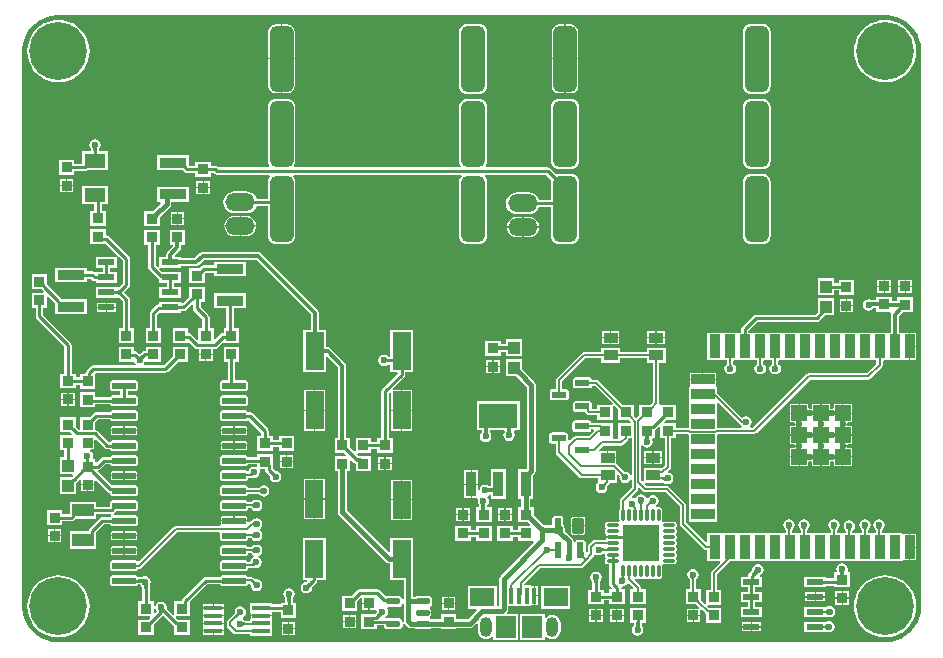
<source format=gtl>
G04*
G04 #@! TF.GenerationSoftware,Altium Limited,Altium Designer,20.1.12 (249)*
G04*
G04 Layer_Physical_Order=1*
G04 Layer_Color=255*
%FSLAX25Y25*%
%MOIN*%
G70*
G04*
G04 #@! TF.SameCoordinates,C485F13E-52F4-4B27-BA2E-0FCDB629E99E*
G04*
G04*
G04 #@! TF.FilePolarity,Positive*
G04*
G01*
G75*
%ADD15C,0.01000*%
%ADD16C,0.00600*%
%ADD18R,0.03543X0.07874*%
%ADD19R,0.07874X0.03543*%
%ADD20R,0.05236X0.05236*%
%ADD21R,0.06299X0.12598*%
%ADD22O,0.09843X0.05906*%
%ADD23R,0.03740X0.03543*%
G04:AMPARAMS|DCode=24|XSize=10.24mil|YSize=38.19mil|CornerRadius=2.56mil|HoleSize=0mil|Usage=FLASHONLY|Rotation=270.000|XOffset=0mil|YOffset=0mil|HoleType=Round|Shape=RoundedRectangle|*
%AMROUNDEDRECTD24*
21,1,0.01024,0.03307,0,0,270.0*
21,1,0.00512,0.03819,0,0,270.0*
1,1,0.00512,-0.01654,-0.00256*
1,1,0.00512,-0.01654,0.00256*
1,1,0.00512,0.01654,0.00256*
1,1,0.00512,0.01654,-0.00256*
%
%ADD24ROUNDEDRECTD24*%
G04:AMPARAMS|DCode=25|XSize=10.24mil|YSize=38.19mil|CornerRadius=2.56mil|HoleSize=0mil|Usage=FLASHONLY|Rotation=0.000|XOffset=0mil|YOffset=0mil|HoleType=Round|Shape=RoundedRectangle|*
%AMROUNDEDRECTD25*
21,1,0.01024,0.03307,0,0,0.0*
21,1,0.00512,0.03819,0,0,0.0*
1,1,0.00512,0.00256,-0.01654*
1,1,0.00512,-0.00256,-0.01654*
1,1,0.00512,-0.00256,0.01654*
1,1,0.00512,0.00256,0.01654*
%
%ADD25ROUNDEDRECTD25*%
%ADD26R,0.12402X0.12402*%
G04:AMPARAMS|DCode=27|XSize=47.64mil|YSize=23.23mil|CornerRadius=5.81mil|HoleSize=0mil|Usage=FLASHONLY|Rotation=180.000|XOffset=0mil|YOffset=0mil|HoleType=Round|Shape=RoundedRectangle|*
%AMROUNDEDRECTD27*
21,1,0.04764,0.01161,0,0,180.0*
21,1,0.03602,0.02323,0,0,180.0*
1,1,0.01161,-0.01801,0.00581*
1,1,0.01161,0.01801,0.00581*
1,1,0.01161,0.01801,-0.00581*
1,1,0.01161,-0.01801,-0.00581*
%
%ADD27ROUNDEDRECTD27*%
G04:AMPARAMS|DCode=28|XSize=80.71mil|YSize=23.23mil|CornerRadius=2.9mil|HoleSize=0mil|Usage=FLASHONLY|Rotation=0.000|XOffset=0mil|YOffset=0mil|HoleType=Round|Shape=RoundedRectangle|*
%AMROUNDEDRECTD28*
21,1,0.08071,0.01742,0,0,0.0*
21,1,0.07490,0.02323,0,0,0.0*
1,1,0.00581,0.03745,-0.00871*
1,1,0.00581,-0.03745,-0.00871*
1,1,0.00581,-0.03745,0.00871*
1,1,0.00581,0.03745,0.00871*
%
%ADD28ROUNDEDRECTD28*%
%ADD29R,0.04921X0.03543*%
%ADD30R,0.05800X0.02200*%
%ADD31R,0.03740X0.08465*%
%ADD32R,0.12795X0.08465*%
%ADD33R,0.09055X0.03543*%
G04:AMPARAMS|DCode=34|XSize=49.61mil|YSize=23.23mil|CornerRadius=2.9mil|HoleSize=0mil|Usage=FLASHONLY|Rotation=180.000|XOffset=0mil|YOffset=0mil|HoleType=Round|Shape=RoundedRectangle|*
%AMROUNDEDRECTD34*
21,1,0.04961,0.01742,0,0,180.0*
21,1,0.04380,0.02323,0,0,180.0*
1,1,0.00581,-0.02190,0.00871*
1,1,0.00581,0.02190,0.00871*
1,1,0.00581,0.02190,-0.00871*
1,1,0.00581,-0.02190,-0.00871*
%
%ADD34ROUNDEDRECTD34*%
G04:AMPARAMS|DCode=35|XSize=38.98mil|YSize=51.18mil|CornerRadius=2.92mil|HoleSize=0mil|Usage=FLASHONLY|Rotation=180.000|XOffset=0mil|YOffset=0mil|HoleType=Round|Shape=RoundedRectangle|*
%AMROUNDEDRECTD35*
21,1,0.03898,0.04534,0,0,180.0*
21,1,0.03313,0.05118,0,0,180.0*
1,1,0.00585,-0.01657,0.02267*
1,1,0.00585,0.01657,0.02267*
1,1,0.00585,0.01657,-0.02267*
1,1,0.00585,-0.01657,-0.02267*
%
%ADD35ROUNDEDRECTD35*%
G04:AMPARAMS|DCode=36|XSize=23.23mil|YSize=51.18mil|CornerRadius=1.74mil|HoleSize=0mil|Usage=FLASHONLY|Rotation=180.000|XOffset=0mil|YOffset=0mil|HoleType=Round|Shape=RoundedRectangle|*
%AMROUNDEDRECTD36*
21,1,0.02323,0.04770,0,0,180.0*
21,1,0.01974,0.05118,0,0,180.0*
1,1,0.00348,-0.00987,0.02385*
1,1,0.00348,0.00987,0.02385*
1,1,0.00348,0.00987,-0.02385*
1,1,0.00348,-0.00987,-0.02385*
%
%ADD36ROUNDEDRECTD36*%
%ADD37R,0.03937X0.04331*%
%ADD38R,0.07165X0.04764*%
%ADD39R,0.07480X0.04331*%
%ADD40R,0.06000X0.01800*%
%ADD41R,0.01575X0.05512*%
%ADD42R,0.08268X0.06299*%
%ADD43R,0.06890X0.07480*%
%ADD74C,0.01500*%
%ADD75C,0.01200*%
%ADD76C,0.02362*%
G04:AMPARAMS|DCode=77|XSize=220.47mil|YSize=78.74mil|CornerRadius=19.68mil|HoleSize=0mil|Usage=FLASHONLY|Rotation=90.000|XOffset=0mil|YOffset=0mil|HoleType=Round|Shape=RoundedRectangle|*
%AMROUNDEDRECTD77*
21,1,0.22047,0.03937,0,0,90.0*
21,1,0.18110,0.07874,0,0,90.0*
1,1,0.03937,0.01968,0.09055*
1,1,0.03937,0.01968,-0.09055*
1,1,0.03937,-0.01968,-0.09055*
1,1,0.03937,-0.01968,0.09055*
%
%ADD77ROUNDEDRECTD77*%
%ADD78C,0.19291*%
%ADD79O,0.03937X0.06693*%
G36*
X39370Y236402D02*
X314961D01*
X315747Y236402D01*
X317305Y236197D01*
X318824Y235790D01*
X320276Y235188D01*
X321638Y234402D01*
X322885Y233445D01*
X323996Y232334D01*
X324953Y231086D01*
X325739Y229725D01*
X326341Y228273D01*
X326748Y226754D01*
X326953Y225196D01*
Y224410D01*
Y39370D01*
Y38584D01*
X326748Y37025D01*
X326341Y35507D01*
X325739Y34054D01*
X324953Y32693D01*
X323996Y31446D01*
X322885Y30334D01*
X321638Y29377D01*
X320276Y28591D01*
X318824Y27990D01*
X317305Y27583D01*
X315747Y27378D01*
X38584D01*
X37025Y27583D01*
X35507Y27990D01*
X34054Y28591D01*
X32693Y29377D01*
X31446Y30334D01*
X30334Y31446D01*
X29377Y32693D01*
X28591Y34055D01*
X27990Y35507D01*
X27583Y37025D01*
X27378Y38584D01*
Y39370D01*
Y224410D01*
Y225196D01*
X27583Y226754D01*
X27990Y228273D01*
X28591Y229725D01*
X29377Y231086D01*
X30334Y232334D01*
X31446Y233445D01*
X32693Y234402D01*
X34055Y235188D01*
X35507Y235790D01*
X37025Y236197D01*
X38584Y236402D01*
X39370Y236402D01*
D02*
G37*
%LPC*%
G36*
X210177Y233320D02*
X208408D01*
Y222050D01*
X212592D01*
Y230906D01*
X212408Y231830D01*
X211885Y232613D01*
X211101Y233137D01*
X210177Y233320D01*
D02*
G37*
G36*
X115689D02*
X113920D01*
Y222050D01*
X118104D01*
Y230906D01*
X117920Y231830D01*
X117396Y232613D01*
X116613Y233137D01*
X115689Y233320D01*
D02*
G37*
G36*
X208009D02*
X206240D01*
X205316Y233137D01*
X204532Y232613D01*
X204009Y231830D01*
X203825Y230906D01*
Y222050D01*
X208009D01*
Y233320D01*
D02*
G37*
G36*
X113520D02*
X111752D01*
X110828Y233137D01*
X110044Y232613D01*
X109521Y231830D01*
X109337Y230906D01*
Y222050D01*
X113520D01*
Y233320D01*
D02*
G37*
G36*
X314961Y234787D02*
X313337Y234659D01*
X311754Y234279D01*
X310249Y233656D01*
X308861Y232805D01*
X307623Y231748D01*
X306565Y230509D01*
X305714Y229121D01*
X305091Y227616D01*
X304711Y226033D01*
X304583Y224410D01*
X304711Y222786D01*
X305091Y221203D01*
X305714Y219698D01*
X306565Y218310D01*
X307623Y217071D01*
X308861Y216014D01*
X310249Y215163D01*
X311754Y214540D01*
X313337Y214160D01*
X314961Y214032D01*
X316584Y214160D01*
X318167Y214540D01*
X319672Y215163D01*
X321060Y216014D01*
X322299Y217071D01*
X323356Y218310D01*
X324207Y219698D01*
X324830Y221203D01*
X325210Y222786D01*
X325338Y224410D01*
X325210Y226033D01*
X324830Y227616D01*
X324207Y229121D01*
X323356Y230509D01*
X322299Y231748D01*
X321060Y232805D01*
X319672Y233656D01*
X318167Y234279D01*
X316584Y234659D01*
X314961Y234787D01*
D02*
G37*
G36*
X39370D02*
X37747Y234659D01*
X36163Y234279D01*
X34659Y233656D01*
X33270Y232805D01*
X32032Y231748D01*
X30974Y230509D01*
X30123Y229121D01*
X29500Y227616D01*
X29120Y226033D01*
X28992Y224410D01*
X29120Y222786D01*
X29500Y221203D01*
X30123Y219698D01*
X30974Y218310D01*
X32032Y217071D01*
X33270Y216014D01*
X34659Y215163D01*
X36163Y214540D01*
X37747Y214160D01*
X39370Y214032D01*
X40993Y214160D01*
X42577Y214540D01*
X44081Y215163D01*
X45470Y216014D01*
X46708Y217071D01*
X47766Y218310D01*
X48617Y219698D01*
X49240Y221203D01*
X49620Y222786D01*
X49748Y224410D01*
X49620Y226033D01*
X49240Y227616D01*
X48617Y229121D01*
X47766Y230509D01*
X46708Y231748D01*
X45470Y232805D01*
X44081Y233656D01*
X42577Y234279D01*
X40993Y234659D01*
X39370Y234787D01*
D02*
G37*
G36*
X212592Y221650D02*
X208408D01*
Y210380D01*
X210177D01*
X211101Y210564D01*
X211885Y211088D01*
X212408Y211871D01*
X212592Y212795D01*
Y221650D01*
D02*
G37*
G36*
X208009D02*
X203825D01*
Y212795D01*
X204009Y211871D01*
X204532Y211088D01*
X205316Y210564D01*
X206240Y210380D01*
X208009D01*
Y221650D01*
D02*
G37*
G36*
X118104D02*
X113920D01*
Y210380D01*
X115689D01*
X116613Y210564D01*
X117396Y211088D01*
X117920Y211871D01*
X118104Y212795D01*
Y221650D01*
D02*
G37*
G36*
X113520D02*
X109337D01*
Y212795D01*
X109521Y211871D01*
X110044Y211088D01*
X110828Y210564D01*
X111752Y210380D01*
X113520D01*
Y221650D01*
D02*
G37*
G36*
X274075Y233597D02*
X270138D01*
X269441Y233505D01*
X268792Y233236D01*
X268235Y232809D01*
X267807Y232251D01*
X267538Y231602D01*
X267446Y230906D01*
Y212795D01*
X267538Y212099D01*
X267807Y211450D01*
X268235Y210892D01*
X268792Y210464D01*
X269441Y210195D01*
X270138Y210104D01*
X274075D01*
X274772Y210195D01*
X275421Y210464D01*
X275978Y210892D01*
X276406Y211450D01*
X276675Y212099D01*
X276766Y212795D01*
Y230906D01*
X276675Y231602D01*
X276406Y232251D01*
X275978Y232809D01*
X275421Y233236D01*
X274772Y233505D01*
X274075Y233597D01*
D02*
G37*
G36*
X179587D02*
X175650D01*
X174953Y233505D01*
X174304Y233236D01*
X173747Y232809D01*
X173319Y232251D01*
X173050Y231602D01*
X172958Y230906D01*
Y212795D01*
X173050Y212099D01*
X173319Y211450D01*
X173747Y210892D01*
X174304Y210464D01*
X174953Y210195D01*
X175650Y210104D01*
X179587D01*
X180283Y210195D01*
X180933Y210464D01*
X181490Y210892D01*
X181918Y211450D01*
X182187Y212099D01*
X182278Y212795D01*
Y230906D01*
X182187Y231602D01*
X181918Y232251D01*
X181490Y232809D01*
X180933Y233236D01*
X180283Y233505D01*
X179587Y233597D01*
D02*
G37*
G36*
X51600Y195118D02*
X50866Y194972D01*
X50244Y194556D01*
X49828Y193934D01*
X49682Y193200D01*
X49828Y192466D01*
X50244Y191844D01*
X50376Y191755D01*
Y190991D01*
X47317D01*
Y186924D01*
X44670D01*
Y188172D01*
X39530D01*
Y183228D01*
X44670D01*
Y184476D01*
X48191D01*
X48659Y184570D01*
X49044Y184827D01*
X55883D01*
Y190991D01*
X52824D01*
Y191755D01*
X52956Y191844D01*
X53372Y192466D01*
X53518Y193200D01*
X53372Y193934D01*
X52956Y194556D01*
X52334Y194972D01*
X51600Y195118D01*
D02*
G37*
G36*
X179587Y208597D02*
X175650D01*
X174953Y208505D01*
X174304Y208236D01*
X173747Y207809D01*
X173319Y207251D01*
X173050Y206602D01*
X172958Y205906D01*
Y187795D01*
X173050Y187099D01*
X173319Y186450D01*
X173492Y186223D01*
X173246Y185723D01*
X118093D01*
X117846Y186223D01*
X118020Y186450D01*
X118289Y187099D01*
X118380Y187795D01*
Y205906D01*
X118289Y206602D01*
X118020Y207251D01*
X117592Y207809D01*
X117035Y208236D01*
X116385Y208505D01*
X115689Y208597D01*
X111752D01*
X111055Y208505D01*
X110406Y208236D01*
X109849Y207809D01*
X109421Y207251D01*
X109152Y206602D01*
X109060Y205906D01*
Y187795D01*
X109152Y187099D01*
X109421Y186450D01*
X109594Y186223D01*
X109348Y185723D01*
X92658D01*
X92465Y185916D01*
X92068Y186182D01*
X91600Y186275D01*
X90170D01*
Y187523D01*
X85030D01*
Y186275D01*
X82828D01*
Y189787D01*
X72372D01*
Y184843D01*
X80715D01*
X80762Y184772D01*
X81348Y184186D01*
X81745Y183921D01*
X82213Y183828D01*
X85030D01*
Y182580D01*
X90170D01*
Y183828D01*
X91093D01*
X91286Y183635D01*
X91683Y183370D01*
X92151Y183276D01*
X109637D01*
X109798Y182920D01*
X109824Y182776D01*
X109421Y182251D01*
X109152Y181602D01*
X109060Y180905D01*
Y175297D01*
X105415D01*
X105159Y175916D01*
X104574Y176679D01*
X103811Y177265D01*
X102922Y177633D01*
X101969Y177758D01*
X98032D01*
X97078Y177633D01*
X96189Y177265D01*
X95426Y176679D01*
X94841Y175916D01*
X94473Y175028D01*
X94347Y174074D01*
X94473Y173120D01*
X94841Y172232D01*
X95426Y171469D01*
X96189Y170883D01*
X97078Y170515D01*
X98032Y170390D01*
X101969D01*
X102922Y170515D01*
X103811Y170883D01*
X104574Y171469D01*
X105159Y172232D01*
X105415Y172851D01*
X109060D01*
Y162795D01*
X109152Y162099D01*
X109421Y161450D01*
X109849Y160892D01*
X110406Y160464D01*
X111055Y160196D01*
X111752Y160104D01*
X115689D01*
X116385Y160196D01*
X117035Y160464D01*
X117592Y160892D01*
X118020Y161450D01*
X118289Y162099D01*
X118380Y162795D01*
Y180905D01*
X118289Y181602D01*
X118020Y182251D01*
X117617Y182776D01*
X117642Y182920D01*
X117804Y183276D01*
X173535D01*
X173696Y182920D01*
X173722Y182776D01*
X173319Y182251D01*
X173050Y181602D01*
X172958Y180905D01*
Y162795D01*
X173050Y162099D01*
X173319Y161450D01*
X173747Y160892D01*
X174304Y160464D01*
X174953Y160196D01*
X175650Y160104D01*
X179587D01*
X180283Y160196D01*
X180933Y160464D01*
X181490Y160892D01*
X181918Y161450D01*
X182187Y162099D01*
X182278Y162795D01*
Y180905D01*
X182187Y181602D01*
X181918Y182251D01*
X181515Y182776D01*
X181540Y182920D01*
X181702Y183276D01*
X201993D01*
X203648Y181622D01*
X203640Y181602D01*
X203548Y180905D01*
Y174898D01*
X199615D01*
X199359Y175516D01*
X198774Y176279D01*
X198011Y176865D01*
X197122Y177233D01*
X196168Y177358D01*
X192232D01*
X191278Y177233D01*
X190389Y176865D01*
X189626Y176279D01*
X189041Y175516D01*
X188673Y174628D01*
X188547Y173674D01*
X188673Y172721D01*
X189041Y171832D01*
X189626Y171069D01*
X190389Y170483D01*
X191278Y170115D01*
X192232Y169990D01*
X196168D01*
X197122Y170115D01*
X198011Y170483D01*
X198774Y171069D01*
X199359Y171832D01*
X199615Y172450D01*
X203548D01*
Y162795D01*
X203640Y162099D01*
X203909Y161450D01*
X204337Y160892D01*
X204894Y160464D01*
X205543Y160196D01*
X206240Y160104D01*
X210177D01*
X210874Y160196D01*
X211523Y160464D01*
X212080Y160892D01*
X212508Y161450D01*
X212777Y162099D01*
X212868Y162795D01*
Y180905D01*
X212777Y181602D01*
X212508Y182251D01*
X212080Y182809D01*
X211523Y183236D01*
X210874Y183505D01*
X210177Y183597D01*
X206240D01*
X205543Y183505D01*
X205318Y183412D01*
X203365Y185365D01*
X202968Y185630D01*
X202500Y185723D01*
X181991D01*
X181744Y186223D01*
X181918Y186450D01*
X182187Y187099D01*
X182278Y187795D01*
Y205906D01*
X182187Y206602D01*
X181918Y207251D01*
X181490Y207809D01*
X180933Y208236D01*
X180283Y208505D01*
X179587Y208597D01*
D02*
G37*
G36*
X274075D02*
X270138D01*
X269441Y208505D01*
X268792Y208236D01*
X268235Y207809D01*
X267807Y207251D01*
X267538Y206602D01*
X267446Y205906D01*
Y187795D01*
X267538Y187099D01*
X267807Y186450D01*
X268235Y185892D01*
X268792Y185464D01*
X269441Y185196D01*
X270138Y185104D01*
X274075D01*
X274772Y185196D01*
X275421Y185464D01*
X275978Y185892D01*
X276406Y186450D01*
X276675Y187099D01*
X276766Y187795D01*
Y205906D01*
X276675Y206602D01*
X276406Y207251D01*
X275978Y207809D01*
X275421Y208236D01*
X274772Y208505D01*
X274075Y208597D01*
D02*
G37*
G36*
X210177D02*
X206240D01*
X205543Y208505D01*
X204894Y208236D01*
X204337Y207809D01*
X203909Y207251D01*
X203640Y206602D01*
X203548Y205906D01*
Y187795D01*
X203640Y187099D01*
X203909Y186450D01*
X204337Y185892D01*
X204894Y185464D01*
X205543Y185196D01*
X206240Y185104D01*
X210177D01*
X210874Y185196D01*
X211523Y185464D01*
X212080Y185892D01*
X212508Y186450D01*
X212777Y187099D01*
X212868Y187795D01*
Y205906D01*
X212777Y206602D01*
X212508Y207251D01*
X212080Y207809D01*
X211523Y208236D01*
X210874Y208505D01*
X210177Y208597D01*
D02*
G37*
G36*
X44370Y181769D02*
X42300D01*
Y179798D01*
X44370D01*
Y181769D01*
D02*
G37*
G36*
X41900D02*
X39830D01*
Y179798D01*
X41900D01*
Y181769D01*
D02*
G37*
G36*
X89870Y181121D02*
X87800D01*
Y179149D01*
X89870D01*
Y181121D01*
D02*
G37*
G36*
X87400D02*
X85330D01*
Y179149D01*
X87400D01*
Y181121D01*
D02*
G37*
G36*
X44370Y179398D02*
X42300D01*
Y177426D01*
X44370D01*
Y179398D01*
D02*
G37*
G36*
X41900D02*
X39830D01*
Y177426D01*
X41900D01*
Y179398D01*
D02*
G37*
G36*
X89870Y178749D02*
X87800D01*
Y176777D01*
X89870D01*
Y178749D01*
D02*
G37*
G36*
X87400D02*
X85330D01*
Y176777D01*
X87400D01*
Y178749D01*
D02*
G37*
G36*
X81270Y170723D02*
X79200D01*
Y168751D01*
X81270D01*
Y170723D01*
D02*
G37*
G36*
X78800D02*
X76730D01*
Y168751D01*
X78800D01*
Y170723D01*
D02*
G37*
G36*
X101969Y169582D02*
X100200D01*
Y166400D01*
X105324D01*
X105235Y167075D01*
X104897Y167891D01*
X104360Y168591D01*
X103659Y169129D01*
X102844Y169466D01*
X101969Y169582D01*
D02*
G37*
G36*
X99800D02*
X98032D01*
X97156Y169466D01*
X96341Y169129D01*
X95640Y168591D01*
X95103Y167891D01*
X94765Y167075D01*
X94676Y166400D01*
X99800D01*
Y169582D01*
D02*
G37*
G36*
X81270Y168351D02*
X79200D01*
Y166379D01*
X81270D01*
Y168351D01*
D02*
G37*
G36*
X78800D02*
X76730D01*
Y166379D01*
X78800D01*
Y168351D01*
D02*
G37*
G36*
X55883Y179573D02*
X47317D01*
Y173409D01*
X51376D01*
Y171223D01*
X50030D01*
Y166279D01*
X55170D01*
Y171223D01*
X53824D01*
Y173409D01*
X55883D01*
Y179573D01*
D02*
G37*
G36*
X82828Y179157D02*
X72372D01*
Y174213D01*
X73364D01*
X73571Y173713D01*
X70881Y171023D01*
X67930D01*
Y166079D01*
X73070D01*
Y169030D01*
X76536Y172497D01*
X76857Y172976D01*
X76969Y173542D01*
Y174213D01*
X82828D01*
Y179157D01*
D02*
G37*
G36*
X196168Y169182D02*
X194400D01*
Y166000D01*
X199524D01*
X199435Y166675D01*
X199097Y167491D01*
X198560Y168191D01*
X197859Y168729D01*
X197044Y169067D01*
X196168Y169182D01*
D02*
G37*
G36*
X194000D02*
X192232D01*
X191356Y169067D01*
X190541Y168729D01*
X189840Y168191D01*
X189303Y167491D01*
X188965Y166675D01*
X188876Y166000D01*
X194000D01*
Y169182D01*
D02*
G37*
G36*
X105324Y166000D02*
X100200D01*
Y162818D01*
X101969D01*
X102844Y162934D01*
X103659Y163271D01*
X104360Y163809D01*
X104897Y164509D01*
X105235Y165325D01*
X105324Y166000D01*
D02*
G37*
G36*
X99800D02*
X94676D01*
X94765Y165325D01*
X95103Y164509D01*
X95640Y163809D01*
X96341Y163271D01*
X97156Y162934D01*
X98032Y162818D01*
X99800D01*
Y166000D01*
D02*
G37*
G36*
X199524Y165600D02*
X194400D01*
Y162418D01*
X196168D01*
X197044Y162533D01*
X197859Y162871D01*
X198560Y163409D01*
X199097Y164109D01*
X199435Y164925D01*
X199524Y165600D01*
D02*
G37*
G36*
X194000D02*
X188876D01*
X188965Y164925D01*
X189303Y164109D01*
X189840Y163409D01*
X190541Y162871D01*
X191356Y162533D01*
X192232Y162418D01*
X194000D01*
Y165600D01*
D02*
G37*
G36*
X274075Y183597D02*
X270138D01*
X269441Y183505D01*
X268792Y183236D01*
X268235Y182809D01*
X267807Y182251D01*
X267538Y181602D01*
X267446Y180905D01*
Y162795D01*
X267538Y162099D01*
X267807Y161450D01*
X268235Y160892D01*
X268792Y160464D01*
X269441Y160196D01*
X270138Y160104D01*
X274075D01*
X274772Y160196D01*
X275421Y160464D01*
X275978Y160892D01*
X276406Y161450D01*
X276675Y162099D01*
X276766Y162795D01*
Y180905D01*
X276675Y181602D01*
X276406Y182251D01*
X275978Y182809D01*
X275421Y183236D01*
X274772Y183505D01*
X274075Y183597D01*
D02*
G37*
G36*
X81570Y164920D02*
X76430D01*
Y159977D01*
X77501D01*
X77603Y159477D01*
X75693Y157567D01*
X75405Y157137D01*
X75304Y156630D01*
Y155800D01*
X73030D01*
Y152646D01*
X73030Y152408D01*
X72530Y152200D01*
X71724Y153007D01*
Y159977D01*
X73070D01*
Y164920D01*
X67930D01*
Y159977D01*
X69276D01*
Y152500D01*
X69370Y152032D01*
X69635Y151635D01*
X72535Y148735D01*
X72932Y148470D01*
X73030Y148450D01*
Y147200D01*
X75406D01*
Y145800D01*
X73030D01*
Y142200D01*
X80230D01*
Y145800D01*
X77853D01*
Y147200D01*
X80230D01*
Y150800D01*
X76148D01*
X76030Y150823D01*
X73907D01*
X73030Y151700D01*
X73237Y152200D01*
X73444Y152200D01*
X80230D01*
Y152674D01*
X85200D01*
X85707Y152775D01*
X86137Y153063D01*
X87949Y154875D01*
X105251D01*
X123475Y136651D01*
Y131526D01*
X120950D01*
Y117528D01*
X128650D01*
Y122423D01*
X129112Y122614D01*
X132675Y119051D01*
Y95523D01*
X131430D01*
Y90579D01*
X134597D01*
X135294Y89882D01*
X135103Y89420D01*
X131430D01*
Y84477D01*
X132522D01*
Y70800D01*
X132634Y70234D01*
X132955Y69755D01*
X148508Y54201D01*
X148988Y53881D01*
X149553Y53768D01*
X149950D01*
Y48074D01*
X154522D01*
Y41894D01*
X154022Y41844D01*
X153967Y42121D01*
X153684Y42544D01*
X153260Y42827D01*
X152760Y42927D01*
X149158D01*
X148658Y42827D01*
X148445Y42685D01*
X146465Y44665D01*
X146068Y44930D01*
X145600Y45024D01*
X139849D01*
X139381Y44930D01*
X138984Y44665D01*
X137141Y42823D01*
X133830D01*
Y37879D01*
X138970D01*
Y41191D01*
X140130Y42351D01*
X140630Y42144D01*
Y40551D01*
X142900D01*
Y40351D01*
X143100D01*
Y38179D01*
X144815D01*
X145064Y38179D01*
X145284Y37997D01*
X145391Y37532D01*
X145396Y37366D01*
X144774Y36744D01*
X144172D01*
X144053Y36720D01*
X140330D01*
Y31777D01*
X145470D01*
Y33025D01*
X147852D01*
Y32979D01*
X147951Y32479D01*
X148234Y32056D01*
X148658Y31773D01*
X149158Y31673D01*
X152760D01*
X153260Y31773D01*
X153684Y32056D01*
X153967Y32479D01*
X154066Y32979D01*
Y34141D01*
X153967Y34640D01*
X153684Y35064D01*
X153260Y35347D01*
X152760Y35446D01*
X149158D01*
X149147Y35444D01*
X149006Y35472D01*
X148451D01*
X148300Y35972D01*
X148737Y36264D01*
X149152Y36887D01*
X149298Y37621D01*
X149152Y38355D01*
X148929Y38689D01*
X149083Y39003D01*
X149220Y39154D01*
X152760D01*
X153260Y39253D01*
X153684Y39536D01*
X153967Y39960D01*
X154022Y40236D01*
X154522Y40187D01*
Y34479D01*
X154634Y33913D01*
X154955Y33433D01*
X155833Y32555D01*
X156313Y32234D01*
X156879Y32122D01*
X158072D01*
X158116Y32056D01*
X158540Y31773D01*
X159040Y31673D01*
X162642D01*
X163142Y31773D01*
X163566Y32056D01*
X163609Y32122D01*
X166830D01*
Y31777D01*
X171970D01*
Y32122D01*
X176400D01*
X176966Y32234D01*
X177445Y32555D01*
X178600Y33709D01*
X179100Y33502D01*
Y31024D01*
X179192Y30327D01*
X179460Y29678D01*
X179888Y29120D01*
X180446Y28693D01*
X181095Y28424D01*
X181791Y28332D01*
X182488Y28424D01*
X183137Y28693D01*
X183695Y29120D01*
X183839Y29309D01*
X184339Y29140D01*
Y28040D01*
X192629D01*
Y36920D01*
X188957D01*
X188766Y37382D01*
X188841Y37458D01*
X189161Y37937D01*
X189274Y38503D01*
Y39457D01*
X196960D01*
Y39757D01*
X197831D01*
Y42913D01*
Y46069D01*
X196960D01*
Y46369D01*
X194640D01*
X194511Y46869D01*
X199822Y52180D01*
X213400D01*
X213790Y52258D01*
X214121Y52479D01*
X217621Y55979D01*
X217842Y56310D01*
X217883Y56517D01*
X218288Y56744D01*
X218420Y56760D01*
X218766Y56528D01*
X219500Y56382D01*
X220234Y56528D01*
X220856Y56944D01*
X221445Y56925D01*
X221541Y56819D01*
Y56307D01*
X221615Y55934D01*
X221827Y55618D01*
Y55540D01*
X221615Y55223D01*
X221541Y54850D01*
Y54339D01*
X221615Y53966D01*
X221827Y53649D01*
X222143Y53438D01*
X222516Y53364D01*
X222946D01*
Y46831D01*
X223039Y46363D01*
X223304Y45966D01*
X223785Y45485D01*
X223594Y45023D01*
X222930D01*
Y43775D01*
X221148D01*
Y44932D01*
X219802D01*
Y47541D01*
X219956Y47644D01*
X220372Y48266D01*
X220518Y49000D01*
X220372Y49734D01*
X219956Y50356D01*
X219334Y50772D01*
X218600Y50918D01*
X217866Y50772D01*
X217244Y50356D01*
X216828Y49734D01*
X216682Y49000D01*
X216828Y48266D01*
X217244Y47644D01*
X217355Y47570D01*
Y44932D01*
X216008D01*
Y39989D01*
X221148D01*
Y41328D01*
X222930D01*
Y40080D01*
X228070D01*
Y45023D01*
X226804D01*
X226757Y45309D01*
X226747Y45523D01*
X227152Y45908D01*
X227181Y45903D01*
X227914Y46049D01*
X228537Y46464D01*
X228877Y46974D01*
X229431Y47127D01*
X231035Y45523D01*
X230828Y45023D01*
X229930D01*
Y40080D01*
X235070D01*
Y45023D01*
X233520D01*
Y45500D01*
X233442Y45890D01*
X233221Y46221D01*
X231401Y48041D01*
X231608Y48541D01*
X231787D01*
X232160Y48615D01*
X232477Y48827D01*
X232555D01*
X232871Y48615D01*
X233244Y48541D01*
X233756D01*
X234129Y48615D01*
X234445Y48827D01*
X234523D01*
X234840Y48615D01*
X235213Y48541D01*
X235724D01*
X236097Y48615D01*
X236414Y48827D01*
X236492D01*
X236808Y48615D01*
X237181Y48541D01*
X237693D01*
X238066Y48615D01*
X238382Y48827D01*
X238460D01*
X238777Y48615D01*
X239150Y48541D01*
X239661D01*
X240034Y48615D01*
X240351Y48827D01*
X240562Y49143D01*
X240636Y49516D01*
Y52823D01*
X240599Y53008D01*
X240614Y53039D01*
X240962Y53386D01*
X240992Y53401D01*
X241177Y53364D01*
X244484D01*
X244857Y53438D01*
X245173Y53649D01*
X245385Y53966D01*
X245459Y54339D01*
Y54850D01*
X245385Y55223D01*
X245173Y55540D01*
Y55618D01*
X245385Y55934D01*
X245459Y56307D01*
Y56819D01*
X245385Y57192D01*
X245194Y57547D01*
X245385Y57903D01*
X245459Y58276D01*
Y58787D01*
X245385Y59160D01*
X245173Y59477D01*
Y59555D01*
X245385Y59871D01*
X245459Y60244D01*
Y60756D01*
X245385Y61129D01*
X245173Y61445D01*
Y61523D01*
X245385Y61840D01*
X245459Y62213D01*
Y62724D01*
X245385Y63097D01*
X245194Y63453D01*
X245385Y63808D01*
X245459Y64181D01*
Y64693D01*
X245385Y65066D01*
X245173Y65382D01*
Y65460D01*
X245385Y65777D01*
X245459Y66150D01*
Y66661D01*
X245385Y67034D01*
X245173Y67351D01*
X244857Y67562D01*
X244484Y67636D01*
X241177D01*
X240992Y67599D01*
X240962Y67614D01*
X240614Y67962D01*
X240599Y67992D01*
X240636Y68177D01*
Y71484D01*
X240562Y71857D01*
X240351Y72173D01*
X240034Y72385D01*
X239661Y72459D01*
X239150D01*
X238777Y72385D01*
X238714Y72343D01*
X238604Y72411D01*
X238596Y73003D01*
X238956Y73244D01*
X239372Y73866D01*
X239518Y74600D01*
X239372Y75334D01*
X238956Y75956D01*
X238334Y76372D01*
X237600Y76518D01*
X236866Y76372D01*
X236244Y75956D01*
X235900Y75442D01*
X235456Y75467D01*
X235380Y75495D01*
X235372Y75534D01*
X234956Y76156D01*
X234334Y76572D01*
X233600Y76718D01*
X232866Y76572D01*
X232244Y76156D01*
X231878Y75609D01*
X231636Y75454D01*
X231471Y75386D01*
X231288Y75381D01*
X230653Y75507D01*
X230538Y75696D01*
X230433Y75995D01*
X232017Y77578D01*
X232027Y77585D01*
X232321Y77879D01*
X232542Y78210D01*
X232620Y78600D01*
Y78685D01*
X233082Y78877D01*
X234279Y77679D01*
X234610Y77458D01*
X235000Y77380D01*
X241778D01*
X246580Y72578D01*
Y66800D01*
X246658Y66410D01*
X246879Y66079D01*
X254624Y58334D01*
X254955Y58113D01*
X255345Y58035D01*
X255599D01*
Y54418D01*
X259723D01*
X259914Y53956D01*
X257079Y51121D01*
X256858Y50790D01*
X256780Y50400D01*
Y44923D01*
X255230D01*
Y40470D01*
X254730Y40263D01*
X253570Y41423D01*
Y45023D01*
X251899D01*
Y48366D01*
X252236Y48590D01*
X252652Y49213D01*
X252798Y49947D01*
X252652Y50681D01*
X252236Y51303D01*
X251613Y51719D01*
X250880Y51865D01*
X250146Y51719D01*
X249523Y51303D01*
X249108Y50681D01*
X248962Y49947D01*
X249108Y49213D01*
X249523Y48590D01*
X249860Y48366D01*
Y45023D01*
X248430D01*
Y40080D01*
X252030D01*
X252989Y39121D01*
X252782Y38620D01*
X251200D01*
Y36649D01*
X253270D01*
Y38132D01*
X253770Y38339D01*
X255010Y37099D01*
X255230Y36952D01*
Y33877D01*
X260370D01*
Y38820D01*
X256427D01*
X256328Y38840D01*
X256153D01*
X255514Y39480D01*
X255721Y39979D01*
X260370D01*
Y44923D01*
X258820D01*
Y49978D01*
X263260Y54418D01*
X265543Y54418D01*
X266042Y54418D01*
X270099D01*
X270543Y54418D01*
X271042Y54418D01*
X275099D01*
X275542Y54418D01*
X276043Y54418D01*
X280099D01*
X280542Y54418D01*
X281043Y54418D01*
X285099D01*
X285542Y54418D01*
X286042Y54418D01*
X290099D01*
X290543Y54418D01*
X291042Y54418D01*
X295099D01*
X295543Y54418D01*
X296042Y54418D01*
X300099D01*
X300542Y54418D01*
X301043Y54418D01*
X305099D01*
X305542Y54418D01*
X306043Y54418D01*
X310099D01*
X310542Y54418D01*
X311042Y54418D01*
X315099D01*
X315543Y54418D01*
X316042Y54418D01*
X320543Y54418D01*
X320918Y54718D01*
X321042Y54718D01*
X322871D01*
Y59055D01*
Y63392D01*
X321042D01*
X320918Y63392D01*
X320543Y63692D01*
X320524Y63692D01*
X316042D01*
X315599Y63692D01*
X315099Y63692D01*
X313872D01*
Y64869D01*
X314208Y65094D01*
X314624Y65717D01*
X314770Y66451D01*
X314624Y67185D01*
X314208Y67807D01*
X313586Y68222D01*
X312852Y68369D01*
X312118Y68222D01*
X311496Y67807D01*
X311080Y67185D01*
X310934Y66451D01*
X311080Y65717D01*
X311496Y65094D01*
X311832Y64869D01*
Y64046D01*
X311479Y63692D01*
X310599Y63692D01*
X310099Y63692D01*
X309220D01*
Y64819D01*
X309556Y65044D01*
X309972Y65666D01*
X310118Y66400D01*
X309972Y67134D01*
X309556Y67756D01*
X308934Y68172D01*
X308200Y68318D01*
X307466Y68172D01*
X306844Y67756D01*
X306428Y67134D01*
X306282Y66400D01*
X306428Y65666D01*
X306844Y65044D01*
X307180Y64819D01*
Y64046D01*
X306827Y63692D01*
X305599Y63692D01*
X305099Y63692D01*
X304020D01*
Y64619D01*
X304356Y64844D01*
X304772Y65466D01*
X304918Y66200D01*
X304772Y66934D01*
X304356Y67556D01*
X303734Y67972D01*
X303000Y68118D01*
X302266Y67972D01*
X301644Y67556D01*
X301228Y66934D01*
X301082Y66200D01*
X301228Y65466D01*
X301644Y64844D01*
X301980Y64619D01*
Y64046D01*
X301627Y63692D01*
X300599Y63692D01*
X300099Y63692D01*
X298872D01*
Y64869D01*
X299208Y65094D01*
X299624Y65717D01*
X299770Y66451D01*
X299624Y67185D01*
X299208Y67807D01*
X298586Y68222D01*
X297852Y68369D01*
X297118Y68222D01*
X296496Y67807D01*
X296080Y67185D01*
X295934Y66451D01*
X296080Y65717D01*
X296496Y65094D01*
X296832Y64869D01*
Y64046D01*
X296479Y63692D01*
X295599Y63692D01*
X295099Y63692D01*
X291042D01*
X290599Y63692D01*
X290099Y63692D01*
X288872D01*
Y64869D01*
X289208Y65094D01*
X289624Y65717D01*
X289770Y66451D01*
X289624Y67185D01*
X289208Y67807D01*
X288586Y68222D01*
X287852Y68369D01*
X287118Y68222D01*
X286496Y67807D01*
X286080Y67185D01*
X285934Y66451D01*
X286080Y65717D01*
X286496Y65094D01*
X286832Y64869D01*
Y64046D01*
X286479Y63692D01*
X285599Y63692D01*
X285099Y63692D01*
X283872D01*
Y64869D01*
X284208Y65094D01*
X284624Y65717D01*
X284770Y66451D01*
X284624Y67185D01*
X284208Y67807D01*
X283586Y68222D01*
X282852Y68369D01*
X282118Y68222D01*
X281496Y67807D01*
X281080Y67185D01*
X280934Y66451D01*
X281080Y65717D01*
X281496Y65094D01*
X281832Y64869D01*
Y64046D01*
X281479Y63692D01*
X280599Y63692D01*
X280099Y63692D01*
X276043D01*
X275599Y63692D01*
X275099Y63692D01*
X271042D01*
X270599Y63692D01*
X270099Y63692D01*
X266042D01*
X265599Y63692D01*
X265099Y63692D01*
X261042D01*
X260599Y63692D01*
Y63692D01*
X260542D01*
Y63692D01*
X255599D01*
Y60896D01*
X255137Y60705D01*
X248620Y67222D01*
Y73000D01*
X248542Y73390D01*
X248321Y73721D01*
X242921Y79121D01*
X242590Y79342D01*
X242200Y79420D01*
X235422D01*
X234766Y80076D01*
X234973Y80576D01*
X240739D01*
X240739Y80576D01*
X241219Y80527D01*
X241666Y80228D01*
X242400Y80082D01*
X243134Y80228D01*
X243756Y80644D01*
X244172Y81266D01*
X244318Y82000D01*
X244172Y82734D01*
X243756Y83356D01*
X243134Y83772D01*
X242623Y83874D01*
X242439Y84397D01*
X243221Y85179D01*
X243442Y85510D01*
X243520Y85900D01*
Y95477D01*
X245070D01*
Y96929D01*
X249084D01*
X249186Y96827D01*
X249497Y96619D01*
Y92991D01*
X249497Y92548D01*
X249497Y92048D01*
Y87991D01*
X249497Y87548D01*
X249497Y87048D01*
Y82991D01*
X249497Y82548D01*
X249497Y82048D01*
Y77991D01*
X249497Y77548D01*
X249497Y77048D01*
Y72991D01*
X249497Y72548D01*
X249497Y72048D01*
Y67548D01*
X258771D01*
Y72048D01*
X258771Y72491D01*
X258771Y72991D01*
Y77048D01*
X258771Y77491D01*
X258771Y77991D01*
Y82048D01*
X258771Y82491D01*
X258771Y82991D01*
Y87048D01*
X258771Y87491D01*
X258771Y87991D01*
Y92048D01*
X258771Y92491D01*
X258771Y92991D01*
Y96619D01*
X259082Y96827D01*
X259184Y96929D01*
X271349D01*
X271739Y97007D01*
X272070Y97228D01*
X289822Y114980D01*
X309200D01*
X309590Y115058D01*
X309921Y115279D01*
X313792Y119150D01*
X314013Y119481D01*
X314090Y119871D01*
Y120994D01*
X314444Y121347D01*
X315543Y121347D01*
X316042Y121347D01*
X320543Y121347D01*
X320918Y121647D01*
X321042Y121647D01*
X322871D01*
Y125984D01*
Y130321D01*
X321042D01*
X320918Y130321D01*
X320543Y130621D01*
X320524Y130621D01*
X319396D01*
Y135980D01*
X320893Y137477D01*
X324170D01*
Y142420D01*
X319030D01*
Y141274D01*
X317170D01*
Y142472D01*
X312030D01*
Y141325D01*
X310503D01*
X310134Y141572D01*
X309400Y141718D01*
X308666Y141572D01*
X308044Y141156D01*
X307628Y140534D01*
X307482Y139800D01*
X307628Y139066D01*
X308044Y138444D01*
X308666Y138028D01*
X309400Y137882D01*
X310134Y138028D01*
X310756Y138444D01*
X310910Y138674D01*
X312030D01*
Y137528D01*
X316574D01*
X316846Y137036D01*
X316745Y136529D01*
Y130975D01*
X316392Y130621D01*
X315599Y130621D01*
X315099Y130621D01*
X311042D01*
X310599Y130621D01*
X310099Y130621D01*
X306043D01*
X305599Y130621D01*
X305099Y130621D01*
X301043D01*
X300599Y130621D01*
X300099Y130621D01*
X296042D01*
X295599Y130621D01*
X295099Y130621D01*
X291042D01*
X290599Y130621D01*
X290099Y130621D01*
X286042D01*
X285599Y130621D01*
X285099Y130621D01*
X281043D01*
X280599Y130621D01*
X280099Y130621D01*
X276043D01*
X275599Y130621D01*
X275099Y130621D01*
X271042D01*
X270599Y130621D01*
X270099Y130621D01*
X269294D01*
Y131164D01*
X272307Y134177D01*
X292054D01*
X292522Y134270D01*
X292919Y134535D01*
X294772Y136388D01*
X297868D01*
Y142119D01*
X292531D01*
Y137608D01*
X291547Y136624D01*
X271800D01*
X271332Y136530D01*
X270935Y136265D01*
X267206Y132536D01*
X266940Y132139D01*
X266847Y131671D01*
Y130975D01*
X266494Y130621D01*
X265599Y130621D01*
X265099Y130621D01*
X261042D01*
X260599Y130621D01*
X260099Y130621D01*
X255599D01*
Y121347D01*
X260099D01*
X260542Y121347D01*
X261042Y121347D01*
X262270D01*
Y120170D01*
X261933Y119945D01*
X261518Y119323D01*
X261372Y118589D01*
X261518Y117855D01*
X261933Y117233D01*
X262556Y116817D01*
X263290Y116671D01*
X264024Y116817D01*
X264646Y117233D01*
X265062Y117855D01*
X265208Y118589D01*
X265062Y119323D01*
X264646Y119945D01*
X264309Y120170D01*
Y120994D01*
X264663Y121347D01*
X265543Y121347D01*
X266042Y121347D01*
X270099D01*
X270543Y121347D01*
X271042Y121347D01*
X272270D01*
Y120170D01*
X271934Y119945D01*
X271518Y119323D01*
X271372Y118589D01*
X271518Y117855D01*
X271934Y117233D01*
X272556Y116817D01*
X273290Y116671D01*
X274024Y116817D01*
X274646Y117233D01*
X275062Y117855D01*
X275208Y118589D01*
X275062Y119323D01*
X274646Y119945D01*
X274309Y120170D01*
Y120994D01*
X274663Y121347D01*
X275542Y121347D01*
X276043Y121347D01*
X277270D01*
Y120170D01*
X276934Y119945D01*
X276518Y119323D01*
X276372Y118589D01*
X276518Y117855D01*
X276934Y117233D01*
X277556Y116817D01*
X278290Y116671D01*
X279024Y116817D01*
X279646Y117233D01*
X280062Y117855D01*
X280208Y118589D01*
X280062Y119323D01*
X279646Y119945D01*
X279309Y120170D01*
Y120994D01*
X279663Y121347D01*
X280542Y121347D01*
X281043Y121347D01*
X285099D01*
X285542Y121347D01*
X286042Y121347D01*
X290099D01*
X290543Y121347D01*
X291042Y121347D01*
X295099D01*
X295543Y121347D01*
X296042Y121347D01*
X300099D01*
X300542Y121347D01*
X301043Y121347D01*
X305099D01*
X305542Y121347D01*
X306043Y121347D01*
X310099D01*
X310542Y121347D01*
X311042Y121347D01*
X312051D01*
Y120293D01*
X308778Y117020D01*
X289400D01*
X289010Y116942D01*
X288679Y116721D01*
X270926Y98968D01*
X270145D01*
X270001Y99330D01*
X269973Y99468D01*
X270372Y100066D01*
X270518Y100800D01*
X270372Y101534D01*
X269956Y102156D01*
X269334Y102572D01*
X268600Y102718D01*
X267866Y102572D01*
X267269Y102173D01*
X258921Y110521D01*
X258771Y110621D01*
X258771Y112491D01*
X258471Y112867D01*
X258471Y112991D01*
Y114820D01*
X254134D01*
X249797D01*
Y112991D01*
X249797Y112867D01*
X249497Y112491D01*
X249497Y112472D01*
Y107991D01*
X249497Y107548D01*
X249497Y107048D01*
Y102991D01*
X249497Y102548D01*
X249497Y102048D01*
Y98968D01*
X245070D01*
Y100420D01*
X241253D01*
X241061Y100882D01*
X241759Y101579D01*
X245070D01*
Y106523D01*
X240418D01*
X240234Y106523D01*
X239946Y106524D01*
X239729Y106634D01*
X239610Y107004D01*
X239598Y107130D01*
X239598Y107191D01*
Y120576D01*
X241739D01*
Y125519D01*
X235418D01*
Y124067D01*
X226582D01*
Y125519D01*
X220261D01*
Y124067D01*
X214447D01*
X214057Y123989D01*
X213726Y123768D01*
X205562Y115604D01*
X205342Y115274D01*
X205264Y114883D01*
Y111818D01*
X204094D01*
X203707Y111741D01*
X203380Y111522D01*
X203161Y111195D01*
X203084Y110808D01*
Y109066D01*
X203161Y108679D01*
X203380Y108352D01*
X203707Y108133D01*
X204094Y108056D01*
X208473D01*
X208860Y108133D01*
X209187Y108352D01*
X209406Y108679D01*
X209483Y109066D01*
Y110808D01*
X209406Y111195D01*
X209187Y111522D01*
X208860Y111741D01*
X208473Y111818D01*
X207303D01*
Y114461D01*
X214870Y122028D01*
X220261D01*
Y120576D01*
X226582D01*
Y122028D01*
X235418D01*
Y120576D01*
X237559D01*
Y107552D01*
X236530Y106523D01*
X232930D01*
Y102923D01*
X232000Y101993D01*
X231070Y102923D01*
Y106523D01*
X227470D01*
X219398Y114595D01*
X219067Y114816D01*
X218677Y114894D01*
X217170D01*
X217123Y115131D01*
X216904Y115459D01*
X216576Y115678D01*
X216190Y115755D01*
X211810D01*
X211424Y115678D01*
X211096Y115459D01*
X210877Y115131D01*
X210800Y114745D01*
Y113003D01*
X210877Y112617D01*
X211096Y112289D01*
X211424Y112070D01*
X211810Y111993D01*
X216190D01*
X216576Y112070D01*
X216904Y112289D01*
X217123Y112617D01*
X217170Y112854D01*
X218255D01*
X224098Y107011D01*
X223879Y106523D01*
X223649Y106523D01*
X218930D01*
Y105071D01*
X217247D01*
X217200Y105129D01*
Y106871D01*
X217123Y107257D01*
X216904Y107585D01*
X216576Y107804D01*
X216190Y107881D01*
X211810D01*
X211424Y107804D01*
X211096Y107585D01*
X210877Y107257D01*
X210800Y106871D01*
Y105129D01*
X210877Y104743D01*
X211096Y104415D01*
X211424Y104196D01*
X211810Y104119D01*
X214984D01*
X215005Y104013D01*
X215226Y103682D01*
X215578Y103330D01*
X215908Y103109D01*
X216299Y103032D01*
X218930D01*
Y101579D01*
X224070D01*
Y106068D01*
X224070Y106332D01*
X224558Y106551D01*
X225930Y105179D01*
Y101579D01*
X229530D01*
X230189Y100920D01*
X229982Y100420D01*
X225930D01*
Y95477D01*
X225930D01*
X225828Y95020D01*
X224172D01*
X224070Y95477D01*
X224070D01*
Y100420D01*
X220095D01*
X219913Y100457D01*
X217028D01*
X216981Y100695D01*
X216762Y101022D01*
X216435Y101241D01*
X216048Y101318D01*
X211668D01*
X211282Y101241D01*
X210954Y101022D01*
X210735Y100695D01*
X210659Y100308D01*
Y98566D01*
X210735Y98180D01*
X210954Y97852D01*
X211282Y97633D01*
X211668Y97556D01*
X216048D01*
X216435Y97633D01*
X216762Y97852D01*
X216981Y98180D01*
X217028Y98417D01*
X217668D01*
X217876Y97917D01*
X216178Y96220D01*
X211800D01*
X211410Y96142D01*
X211079Y95921D01*
X209841Y94683D01*
X209341Y94890D01*
Y96371D01*
X209265Y96758D01*
X209046Y97085D01*
X208718Y97304D01*
X208332Y97381D01*
X203952D01*
X203565Y97304D01*
X203238Y97085D01*
X203019Y96758D01*
X202942Y96371D01*
Y94629D01*
X203019Y94243D01*
X203238Y93915D01*
X203565Y93696D01*
X203952Y93619D01*
X205122D01*
Y90658D01*
X205200Y90268D01*
X205421Y89937D01*
X213032Y82326D01*
X213363Y82105D01*
X213753Y82028D01*
X219261D01*
Y80576D01*
X219110Y80401D01*
X219044Y80356D01*
X218628Y79734D01*
X218482Y79000D01*
X218628Y78266D01*
X219044Y77644D01*
X219666Y77228D01*
X220400Y77082D01*
X221134Y77228D01*
X221756Y77644D01*
X222172Y78266D01*
X222318Y79000D01*
X222239Y79397D01*
X222848Y80006D01*
X223069Y80337D01*
X223116Y80576D01*
X225582D01*
Y83023D01*
X226044Y83214D01*
X226461Y82797D01*
X226382Y82400D01*
X226528Y81666D01*
X226944Y81044D01*
X227566Y80628D01*
X228300Y80482D01*
X229034Y80628D01*
X229656Y81044D01*
X230072Y81666D01*
X230080Y81709D01*
X230580Y81659D01*
Y79026D01*
X226873Y75319D01*
X226653Y74988D01*
X226575Y74598D01*
Y72062D01*
X226438Y71857D01*
X226364Y71484D01*
Y68177D01*
X226401Y67992D01*
X226386Y67962D01*
X226039Y67614D01*
X226008Y67599D01*
X225823Y67636D01*
X222516D01*
X222143Y67562D01*
X221827Y67351D01*
X221615Y67034D01*
X221541Y66661D01*
Y66150D01*
X221615Y65777D01*
X221827Y65460D01*
Y65382D01*
X221615Y65066D01*
X221541Y64693D01*
Y64181D01*
X221615Y63808D01*
X221827Y63492D01*
X222043Y63197D01*
X221898Y62980D01*
X221898Y62980D01*
X221882Y62900D01*
X221847Y62724D01*
Y62669D01*
X224169D01*
Y62269D01*
X221847D01*
Y62213D01*
X221885Y62020D01*
X221839Y61874D01*
X221589Y61520D01*
X218100D01*
X217710Y61442D01*
X217379Y61221D01*
X216179Y60021D01*
X215958Y59690D01*
X215880Y59300D01*
Y57440D01*
X215758Y57356D01*
X215258Y57620D01*
Y60549D01*
X215190Y60891D01*
X214997Y61180D01*
X214708Y61373D01*
X214367Y61441D01*
X212392D01*
X212051Y61373D01*
X211762Y61180D01*
X211569Y60891D01*
X211078Y60988D01*
Y61000D01*
X210966Y61566D01*
X210645Y62045D01*
X208160Y64530D01*
Y65374D01*
X208048Y65940D01*
X207727Y66419D01*
X207699Y66448D01*
Y68620D01*
X207631Y68961D01*
X207438Y69251D01*
X207149Y69444D01*
X206808Y69512D01*
X204833D01*
X204492Y69444D01*
X204203Y69251D01*
X204010Y68961D01*
X203942Y68620D01*
Y66331D01*
X201212D01*
X197770Y69774D01*
Y72323D01*
X196534D01*
Y75150D01*
X197625D01*
Y82924D01*
X198045Y83344D01*
X198366Y83824D01*
X198478Y84390D01*
Y111400D01*
Y113154D01*
X198366Y113719D01*
X198045Y114199D01*
X193869Y118376D01*
Y121819D01*
X188531D01*
Y116088D01*
X191904D01*
X192003Y116022D01*
X192050Y116013D01*
X195522Y112541D01*
Y111400D01*
Y85015D01*
X192485D01*
Y75150D01*
X193577D01*
Y72323D01*
X192630D01*
Y67379D01*
X195982D01*
X196680Y66682D01*
X196488Y66220D01*
X192630D01*
Y64972D01*
X190770D01*
Y66220D01*
X185630D01*
Y61277D01*
X190770D01*
Y62525D01*
X192630D01*
Y61277D01*
X197279D01*
X197441Y61277D01*
X197833Y60841D01*
X197828Y60719D01*
X186750Y49641D01*
X186429Y49161D01*
X186317Y48595D01*
Y46369D01*
X186308D01*
Y39744D01*
X185808Y39461D01*
X185543Y39592D01*
Y46271D01*
X175875D01*
Y38572D01*
X178628D01*
X178819Y38110D01*
X175788Y35078D01*
X171970D01*
Y36720D01*
X166830D01*
Y35078D01*
X163544D01*
X163163Y35333D01*
X163137Y35420D01*
X163122Y35861D01*
X163349Y36012D01*
X163566Y36337D01*
X163642Y36719D01*
Y37100D01*
X160841D01*
Y37500D01*
X163642D01*
Y37881D01*
X163566Y38263D01*
X163349Y38588D01*
X163122Y38739D01*
X163137Y39180D01*
X163163Y39268D01*
X163566Y39536D01*
X163848Y39960D01*
X163948Y40459D01*
Y41621D01*
X163848Y42121D01*
X163566Y42544D01*
X163142Y42827D01*
X162642Y42927D01*
X159040D01*
X158540Y42827D01*
X158116Y42544D01*
X158099Y42519D01*
X157478D01*
Y48074D01*
X157650D01*
Y62072D01*
X149950D01*
Y57594D01*
X149488Y57402D01*
X135478Y71412D01*
Y84477D01*
X136570D01*
Y87953D01*
X137032Y88145D01*
X137893Y87283D01*
X138323Y86996D01*
X138430Y86975D01*
Y84477D01*
X143570D01*
Y89420D01*
X140272D01*
X140236Y89445D01*
X139728Y89546D01*
X139380D01*
X138846Y90079D01*
X139053Y90579D01*
X143570D01*
Y91828D01*
X145630D01*
Y90579D01*
X150770D01*
Y95523D01*
X149424D01*
Y110493D01*
X149788Y110858D01*
X150250Y110667D01*
Y104873D01*
X153600D01*
Y111372D01*
X150956D01*
X150765Y111834D01*
X154665Y115735D01*
X154930Y116132D01*
X155024Y116600D01*
Y117528D01*
X157650D01*
Y131526D01*
X149950D01*
Y122552D01*
X149398D01*
X149309Y122685D01*
X148687Y123101D01*
X147953Y123247D01*
X147219Y123101D01*
X146597Y122685D01*
X146181Y122063D01*
X146035Y121329D01*
X146181Y120595D01*
X146597Y119973D01*
X147219Y119557D01*
X147953Y119411D01*
X148687Y119557D01*
X149309Y119973D01*
X149398Y120105D01*
X149950D01*
Y117528D01*
X152385D01*
X152497Y117028D01*
X147335Y111865D01*
X147070Y111468D01*
X146976Y111000D01*
Y95523D01*
X145630D01*
Y94275D01*
X143570D01*
Y95523D01*
X138430D01*
Y91203D01*
X137930Y90996D01*
X136570Y92356D01*
Y95523D01*
X135326D01*
Y119600D01*
X135225Y120107D01*
X134937Y120537D01*
X130010Y125464D01*
X129580Y125751D01*
X129073Y125852D01*
X128650D01*
Y131526D01*
X126126D01*
Y137200D01*
X126025Y137707D01*
X125737Y138137D01*
X106737Y157137D01*
X106307Y157425D01*
X105800Y157526D01*
X87400D01*
X86893Y157425D01*
X86463Y157137D01*
X84651Y155325D01*
X80230D01*
Y155800D01*
X78382D01*
X78175Y156300D01*
X79937Y158063D01*
X80225Y158493D01*
X80326Y159000D01*
Y159977D01*
X81570D01*
Y164920D01*
D02*
G37*
G36*
X101728Y154287D02*
X91272D01*
Y153039D01*
X87764D01*
X87296Y152945D01*
X86899Y152680D01*
X86241Y152023D01*
X82930D01*
Y147080D01*
X88070D01*
Y150391D01*
X88271Y150592D01*
X91272D01*
Y149343D01*
X101728D01*
Y154287D01*
D02*
G37*
G36*
X316870Y148274D02*
X314800D01*
Y146302D01*
X316870D01*
Y148274D01*
D02*
G37*
G36*
X314400D02*
X312330D01*
Y146302D01*
X314400D01*
Y148274D01*
D02*
G37*
G36*
X323870Y148223D02*
X321800D01*
Y146251D01*
X323870D01*
Y148223D01*
D02*
G37*
G36*
X321400D02*
X319330D01*
Y146251D01*
X321400D01*
Y148223D01*
D02*
G37*
G36*
X55170Y165120D02*
X50030D01*
Y160177D01*
X55170D01*
X55170Y160177D01*
Y160177D01*
X55553Y159917D01*
X59311Y156159D01*
X58963Y155800D01*
X58473Y155800D01*
X51770D01*
Y152200D01*
X54147D01*
Y150800D01*
X51770D01*
X51770Y150800D01*
Y150800D01*
X51292Y150853D01*
X51153Y150945D01*
X50685Y151039D01*
X48728D01*
Y152287D01*
X38272D01*
Y147343D01*
X48728D01*
Y148591D01*
X50178D01*
X50635Y148135D01*
X51032Y147870D01*
X51500Y147776D01*
X51770D01*
Y147200D01*
X58970D01*
Y150800D01*
X56594D01*
Y152200D01*
X58970D01*
Y155300D01*
X58970Y155792D01*
X59329Y156141D01*
X60777Y154693D01*
Y147007D01*
X59470Y145700D01*
X58970Y145800D01*
Y145800D01*
X51770D01*
Y142200D01*
X58970D01*
Y142200D01*
X59470Y142300D01*
X60777Y140993D01*
Y132023D01*
X59430D01*
Y127079D01*
X64570D01*
Y132023D01*
X63223D01*
Y141500D01*
X63130Y141968D01*
X62865Y142365D01*
X61230Y144000D01*
X62865Y145635D01*
X63130Y146032D01*
X63223Y146500D01*
Y155200D01*
X63130Y155668D01*
X62865Y156065D01*
X56249Y162681D01*
X55853Y162946D01*
X55384Y163039D01*
X55170D01*
Y165120D01*
D02*
G37*
G36*
X316870Y145902D02*
X314800D01*
Y143931D01*
X316870D01*
Y145902D01*
D02*
G37*
G36*
X314400D02*
X312330D01*
Y143931D01*
X314400D01*
Y145902D01*
D02*
G37*
G36*
X323870Y145851D02*
X321800D01*
Y143879D01*
X323870D01*
Y145851D01*
D02*
G37*
G36*
X321400D02*
X319330D01*
Y143879D01*
X321400D01*
Y145851D01*
D02*
G37*
G36*
X297868Y148812D02*
X292531D01*
Y143081D01*
X297868D01*
Y144723D01*
X299430D01*
Y143180D01*
X304570D01*
Y148123D01*
X299430D01*
Y147170D01*
X297868D01*
Y148812D01*
D02*
G37*
G36*
X88070Y145921D02*
X82930D01*
Y142609D01*
X80730Y140409D01*
X80230Y140616D01*
Y140800D01*
X73030D01*
Y140039D01*
X72816D01*
X72347Y139946D01*
X71951Y139681D01*
X70135Y137865D01*
X69870Y137468D01*
X69776Y137000D01*
Y132023D01*
X68430D01*
Y127079D01*
X73570D01*
Y132023D01*
X72224D01*
Y136493D01*
X72657Y136927D01*
X73030Y137200D01*
Y137200D01*
X73030Y137200D01*
X80230D01*
Y137777D01*
X81051D01*
X81519Y137870D01*
X81916Y138135D01*
X83815Y140033D01*
X84276Y139842D01*
Y138700D01*
X84370Y138232D01*
X84635Y137835D01*
X87277Y135193D01*
Y132023D01*
X85930D01*
Y128454D01*
X85468Y128262D01*
X83649Y130081D01*
X83253Y130346D01*
X82784Y130439D01*
X82570D01*
Y132023D01*
X77430D01*
Y127079D01*
X82570D01*
Y127079D01*
X83009Y127261D01*
X84735Y125535D01*
X85132Y125270D01*
X85600Y125177D01*
X86230D01*
Y123649D01*
X90770D01*
Y125177D01*
X91400D01*
X91868Y125270D01*
X92265Y125535D01*
X93991Y127261D01*
X94430Y127079D01*
Y127079D01*
X99570D01*
Y132023D01*
X97724D01*
Y138713D01*
X101728D01*
Y143657D01*
X91272D01*
Y138713D01*
X95276D01*
Y132023D01*
X94430D01*
Y130439D01*
X94216D01*
X93748Y130346D01*
X93351Y130081D01*
X91532Y128262D01*
X91070Y128454D01*
Y132023D01*
X89723D01*
Y135700D01*
X89630Y136168D01*
X89365Y136565D01*
X86724Y139207D01*
Y140977D01*
X88070D01*
Y145921D01*
D02*
G37*
G36*
X304270Y141720D02*
X302200D01*
Y139749D01*
X304270D01*
Y141720D01*
D02*
G37*
G36*
X301800D02*
X299730D01*
Y139749D01*
X301800D01*
Y141720D01*
D02*
G37*
G36*
X58670Y140500D02*
X55570D01*
Y139200D01*
X58670D01*
Y140500D01*
D02*
G37*
G36*
X55170D02*
X52070D01*
Y139200D01*
X55170D01*
Y140500D01*
D02*
G37*
G36*
X58670Y138800D02*
X55570D01*
Y137500D01*
X58670D01*
Y138800D01*
D02*
G37*
G36*
X55170D02*
X52070D01*
Y137500D01*
X55170D01*
Y138800D01*
D02*
G37*
G36*
X304270Y139349D02*
X302200D01*
Y137377D01*
X304270D01*
Y139349D01*
D02*
G37*
G36*
X301800D02*
X299730D01*
Y137377D01*
X301800D01*
Y139349D01*
D02*
G37*
G36*
X35570Y150023D02*
X30430D01*
Y145080D01*
X33746D01*
X33755Y145066D01*
X34438Y144382D01*
X34247Y143921D01*
X30430D01*
Y138977D01*
X31776D01*
Y136000D01*
X31870Y135532D01*
X32135Y135135D01*
X41355Y125915D01*
Y116932D01*
X40008D01*
Y111989D01*
X45148D01*
Y113237D01*
X46508D01*
Y111938D01*
X51648D01*
Y116881D01*
X51901Y117277D01*
X75051D01*
X75519Y117370D01*
X75916Y117635D01*
X79259Y120977D01*
X82570D01*
Y125920D01*
X77430D01*
Y122609D01*
X74544Y119723D01*
X67878D01*
X67726Y120223D01*
X67756Y120244D01*
X68051Y120685D01*
X68430Y120977D01*
X73570D01*
Y125920D01*
X68430D01*
Y124639D01*
X68216D01*
X67747Y124546D01*
X67351Y124281D01*
X66557Y123487D01*
X66400Y123518D01*
X66243Y123487D01*
X65649Y124081D01*
X65253Y124346D01*
X64784Y124439D01*
X64570D01*
Y125920D01*
X59430D01*
Y120977D01*
X64570D01*
X64623Y120893D01*
X64628Y120866D01*
X65044Y120244D01*
X65074Y120223D01*
X64922Y119723D01*
X51000D01*
X50532Y119630D01*
X50135Y119365D01*
X48730Y117961D01*
X48465Y117563D01*
X48372Y117095D01*
Y116881D01*
X46508D01*
Y115684D01*
X45148D01*
Y116932D01*
X43802D01*
Y126422D01*
X43709Y126890D01*
X43443Y127287D01*
X34223Y136507D01*
Y138977D01*
X35570D01*
Y142597D01*
X36032Y142789D01*
X38030Y140791D01*
Y140707D01*
X38123Y140238D01*
X38272Y140015D01*
Y136713D01*
X48728D01*
Y141657D01*
X40405D01*
X40383Y141766D01*
X40118Y142163D01*
X35683Y146598D01*
X35570Y146768D01*
Y150023D01*
D02*
G37*
G36*
X241439Y131124D02*
X238779D01*
Y129153D01*
X241439D01*
Y131124D01*
D02*
G37*
G36*
X226282D02*
X223621D01*
Y129153D01*
X226282D01*
Y131124D01*
D02*
G37*
G36*
X238379D02*
X235718D01*
Y129153D01*
X238379D01*
Y131124D01*
D02*
G37*
G36*
X223221D02*
X220561D01*
Y129153D01*
X223221D01*
Y131124D01*
D02*
G37*
G36*
X241439Y128753D02*
X238779D01*
Y126781D01*
X241439D01*
Y128753D01*
D02*
G37*
G36*
X238379D02*
X235718D01*
Y126781D01*
X238379D01*
Y128753D01*
D02*
G37*
G36*
X226282D02*
X223621D01*
Y126781D01*
X226282D01*
Y128753D01*
D02*
G37*
G36*
X223221D02*
X220561D01*
Y126781D01*
X223221D01*
Y128753D01*
D02*
G37*
G36*
X193869Y128512D02*
X188531D01*
Y126677D01*
X186770D01*
Y127823D01*
X181630D01*
Y122880D01*
X186770D01*
Y124026D01*
X188531D01*
Y122781D01*
X193869D01*
Y128512D01*
D02*
G37*
G36*
X323271Y130321D02*
Y126184D01*
X325242D01*
Y130321D01*
X323271D01*
D02*
G37*
G36*
X325242Y125784D02*
X323271D01*
Y121647D01*
X325242D01*
Y125784D01*
D02*
G37*
G36*
X90770Y123249D02*
X88700D01*
Y121277D01*
X90770D01*
Y123249D01*
D02*
G37*
G36*
X88300D02*
X86230D01*
Y121277D01*
X88300D01*
Y123249D01*
D02*
G37*
G36*
X186470Y121421D02*
X184400D01*
Y119449D01*
X186470D01*
Y121421D01*
D02*
G37*
G36*
X184000D02*
X181930D01*
Y119449D01*
X184000D01*
Y121421D01*
D02*
G37*
G36*
X186470Y119049D02*
X184400D01*
Y117077D01*
X186470D01*
Y119049D01*
D02*
G37*
G36*
X184000D02*
X181930D01*
Y117077D01*
X184000D01*
Y119049D01*
D02*
G37*
G36*
X258471Y117191D02*
X254334D01*
Y115220D01*
X258471D01*
Y117191D01*
D02*
G37*
G36*
X253934D02*
X249797D01*
Y115220D01*
X253934D01*
Y117191D01*
D02*
G37*
G36*
X99570Y125920D02*
X94430D01*
Y120977D01*
X95776D01*
Y114790D01*
X94160D01*
X93773Y114713D01*
X93446Y114495D01*
X93227Y114167D01*
X93150Y113780D01*
Y112038D01*
X93227Y111652D01*
X93446Y111324D01*
X93773Y111106D01*
X94160Y111029D01*
X101650D01*
X102036Y111106D01*
X102364Y111324D01*
X102583Y111652D01*
X102660Y112038D01*
Y113780D01*
X102583Y114167D01*
X102364Y114495D01*
X102036Y114713D01*
X101650Y114790D01*
X98224D01*
Y120977D01*
X99570D01*
Y125920D01*
D02*
G37*
G36*
X64996Y114790D02*
X57506D01*
X57120Y114713D01*
X56792Y114495D01*
X56573Y114167D01*
X56497Y113780D01*
Y112038D01*
X56573Y111652D01*
X56792Y111324D01*
X57120Y111106D01*
X57506Y111029D01*
X60028D01*
Y109790D01*
X57506D01*
X57120Y109713D01*
X56792Y109494D01*
X56573Y109167D01*
X56567Y109133D01*
X51648D01*
Y110779D01*
X46508D01*
Y105835D01*
X51648D01*
Y106686D01*
X56567D01*
X56573Y106652D01*
X56792Y106324D01*
X57120Y106105D01*
X57506Y106029D01*
X64996D01*
X65383Y106105D01*
X65710Y106324D01*
X65929Y106652D01*
X66006Y107038D01*
Y108781D01*
X65929Y109167D01*
X65710Y109494D01*
X65383Y109713D01*
X64996Y109790D01*
X62475D01*
Y111029D01*
X64996D01*
X65383Y111106D01*
X65710Y111324D01*
X65929Y111652D01*
X66006Y112038D01*
Y113780D01*
X65929Y114167D01*
X65710Y114495D01*
X65383Y114713D01*
X64996Y114790D01*
D02*
G37*
G36*
X44848Y110530D02*
X42778D01*
Y108558D01*
X44848D01*
Y110530D01*
D02*
G37*
G36*
X42378D02*
X40308D01*
Y108558D01*
X42378D01*
Y110530D01*
D02*
G37*
G36*
X44848Y108158D02*
X42778D01*
Y106187D01*
X44848D01*
Y108158D01*
D02*
G37*
G36*
X42378D02*
X40308D01*
Y106187D01*
X42378D01*
Y108158D01*
D02*
G37*
G36*
X101650Y109790D02*
X94160D01*
X93773Y109713D01*
X93446Y109494D01*
X93227Y109167D01*
X93150Y108781D01*
Y107038D01*
X93227Y106652D01*
X93446Y106324D01*
X93773Y106105D01*
X94160Y106029D01*
X101650D01*
X102036Y106105D01*
X102364Y106324D01*
X102583Y106652D01*
X102660Y107038D01*
Y108781D01*
X102583Y109167D01*
X102364Y109494D01*
X102036Y109713D01*
X101650Y109790D01*
D02*
G37*
G36*
X300568Y106699D02*
X297750D01*
Y105569D01*
X297363Y105252D01*
X297356Y105253D01*
Y103681D01*
X296955D01*
Y105253D01*
X296948Y105252D01*
X296561Y105569D01*
Y106699D01*
X293743D01*
Y103681D01*
X293343D01*
Y106699D01*
X290525D01*
Y105569D01*
X290139Y105252D01*
X290131Y105253D01*
Y103681D01*
X289731D01*
Y105253D01*
X289723Y105252D01*
X289337Y105569D01*
Y106699D01*
X286519D01*
Y103681D01*
X286319D01*
Y103481D01*
X283301D01*
Y100663D01*
X284431D01*
X284748Y100277D01*
X284747Y100269D01*
X286319D01*
Y99869D01*
X284747D01*
X284748Y99861D01*
X284431Y99475D01*
X283301D01*
Y96657D01*
X286319D01*
Y96257D01*
X283301D01*
Y93439D01*
X284431D01*
X284748Y93052D01*
X284747Y93045D01*
X286319D01*
Y92645D01*
X284747D01*
X284748Y92637D01*
X284431Y92250D01*
X283301D01*
Y89432D01*
X286319D01*
Y89232D01*
X286519D01*
Y86214D01*
X289337D01*
Y87344D01*
X289723Y87661D01*
X289731Y87660D01*
Y89232D01*
X290131D01*
Y87660D01*
X290139Y87661D01*
X290525Y87344D01*
Y86214D01*
X293343D01*
Y89232D01*
X293743D01*
Y86214D01*
X296561D01*
Y87344D01*
X296948Y87661D01*
X296955Y87660D01*
Y89232D01*
X297356D01*
Y87660D01*
X297363Y87661D01*
X297750Y87344D01*
Y86214D01*
X300568D01*
Y89232D01*
X300768D01*
Y89432D01*
X303786D01*
Y92250D01*
X302656D01*
X302339Y92637D01*
X302340Y92645D01*
X300768D01*
Y93045D01*
X302340D01*
X302339Y93052D01*
X302656Y93439D01*
X303786D01*
Y96257D01*
X300768D01*
Y96657D01*
X303786D01*
Y99475D01*
X302656D01*
X302339Y99861D01*
X302340Y99869D01*
X300768D01*
Y100269D01*
X302340D01*
X302339Y100277D01*
X302656Y100663D01*
X303786D01*
Y103481D01*
X300768D01*
Y103681D01*
X300568D01*
Y106699D01*
D02*
G37*
G36*
X157350Y111372D02*
X154000D01*
Y104873D01*
X157350D01*
Y111372D01*
D02*
G37*
G36*
X128350D02*
X125000D01*
Y104873D01*
X128350D01*
Y111372D01*
D02*
G37*
G36*
X124600D02*
X121250D01*
Y104873D01*
X124600D01*
Y111372D01*
D02*
G37*
G36*
X303786Y106699D02*
X300968D01*
Y103881D01*
X303786D01*
Y106699D01*
D02*
G37*
G36*
X286119D02*
X283301D01*
Y103881D01*
X286119D01*
Y106699D01*
D02*
G37*
G36*
X64996Y104790D02*
X57506D01*
X57120Y104713D01*
X56792Y104495D01*
X56573Y104167D01*
X56567Y104133D01*
X52027D01*
X51559Y104040D01*
X51162Y103775D01*
X49833Y102446D01*
X49824Y102432D01*
X46508D01*
Y98314D01*
X46008Y98261D01*
X45261Y99007D01*
X45148Y99177D01*
Y102432D01*
X40008D01*
Y97489D01*
X43324D01*
X43333Y97475D01*
X44017Y96792D01*
X43825Y96330D01*
X40008D01*
Y91387D01*
X41355D01*
Y89121D01*
X39910D01*
Y83390D01*
X43843D01*
X44066Y82915D01*
X43859Y82615D01*
X43828Y82609D01*
X43558Y82428D01*
X39910D01*
Y76698D01*
X45247D01*
Y80549D01*
X45344Y80613D01*
X46308Y81578D01*
X46808Y81371D01*
Y80058D01*
X51348D01*
Y81307D01*
X51810Y81498D01*
X55751Y77557D01*
X56148Y77292D01*
X56497Y77223D01*
Y77038D01*
X56573Y76652D01*
X56792Y76324D01*
X57120Y76105D01*
X57506Y76029D01*
X64996D01*
X65383Y76105D01*
X65710Y76324D01*
X65929Y76652D01*
X66006Y77038D01*
Y78781D01*
X65929Y79167D01*
X65710Y79495D01*
X65383Y79713D01*
X64996Y79790D01*
X57506D01*
X57120Y79713D01*
X57081Y79688D01*
X52513Y84256D01*
X52693Y84783D01*
X52929Y84830D01*
X53326Y85096D01*
X54916Y86686D01*
X56567D01*
X56573Y86652D01*
X56792Y86324D01*
X57120Y86106D01*
X57506Y86029D01*
X64996D01*
X65383Y86106D01*
X65710Y86324D01*
X65929Y86652D01*
X66006Y87038D01*
Y88780D01*
X65929Y89167D01*
X65710Y89495D01*
X65383Y89713D01*
X64996Y89790D01*
X57506D01*
X57120Y89713D01*
X56792Y89495D01*
X56573Y89167D01*
X56567Y89133D01*
X54409D01*
X53941Y89040D01*
X53544Y88775D01*
X52148Y87379D01*
X51648Y87586D01*
Y88432D01*
X50979D01*
X50781Y88804D01*
X50761Y88932D01*
X50898Y89621D01*
X50752Y90355D01*
X50337Y90977D01*
X50023Y91187D01*
X50174Y91687D01*
X51348D01*
Y93658D01*
X49078D01*
Y94058D01*
X51348D01*
Y94768D01*
X51810Y94960D01*
X54725Y92044D01*
X55122Y91779D01*
X55591Y91686D01*
X56567D01*
X56573Y91652D01*
X56792Y91324D01*
X57120Y91106D01*
X57506Y91029D01*
X64996D01*
X65383Y91106D01*
X65710Y91324D01*
X65929Y91652D01*
X66006Y92038D01*
Y93780D01*
X65929Y94167D01*
X65710Y94494D01*
X65383Y94713D01*
X64996Y94790D01*
X57506D01*
X57120Y94713D01*
X56792Y94494D01*
X56580Y94176D01*
X56135Y94138D01*
X56095Y94135D01*
X52365Y97865D01*
X51968Y98130D01*
X51648Y98194D01*
Y100744D01*
X51762Y100914D01*
X52534Y101686D01*
X56567D01*
X56573Y101652D01*
X56792Y101324D01*
X57120Y101105D01*
X57506Y101029D01*
X64996D01*
X65383Y101105D01*
X65710Y101324D01*
X65929Y101652D01*
X66006Y102038D01*
Y103780D01*
X65929Y104167D01*
X65710Y104495D01*
X65383Y104713D01*
X64996Y104790D01*
D02*
G37*
G36*
X101650Y99484D02*
X98105D01*
Y98109D01*
X102354D01*
Y98781D01*
X102300Y99050D01*
X102148Y99278D01*
X101919Y99431D01*
X101650Y99484D01*
D02*
G37*
G36*
X97705D02*
X94160D01*
X93890Y99431D01*
X93662Y99278D01*
X93510Y99050D01*
X93456Y98781D01*
Y98109D01*
X97705D01*
Y99484D01*
D02*
G37*
G36*
X64996D02*
X61451D01*
Y98109D01*
X65700D01*
Y98781D01*
X65647Y99050D01*
X65494Y99278D01*
X65266Y99431D01*
X64996Y99484D01*
D02*
G37*
G36*
X61051D02*
X57506D01*
X57237Y99431D01*
X57009Y99278D01*
X56856Y99050D01*
X56802Y98781D01*
Y98109D01*
X61051D01*
Y99484D01*
D02*
G37*
G36*
X157350Y104473D02*
X154000D01*
Y97974D01*
X157350D01*
Y104473D01*
D02*
G37*
G36*
X153600D02*
X150250D01*
Y97974D01*
X153600D01*
Y104473D01*
D02*
G37*
G36*
X128350D02*
X125000D01*
Y97974D01*
X128350D01*
Y104473D01*
D02*
G37*
G36*
X124600D02*
X121250D01*
Y97974D01*
X124600D01*
Y104473D01*
D02*
G37*
G36*
X102354Y97709D02*
X98105D01*
Y96334D01*
X101650D01*
X101919Y96388D01*
X102148Y96541D01*
X102300Y96769D01*
X102354Y97038D01*
Y97709D01*
D02*
G37*
G36*
X97705D02*
X93456D01*
Y97038D01*
X93510Y96769D01*
X93662Y96541D01*
X93890Y96388D01*
X94160Y96334D01*
X97705D01*
Y97709D01*
D02*
G37*
G36*
X65700D02*
X61451D01*
Y96334D01*
X64996D01*
X65266Y96388D01*
X65494Y96541D01*
X65647Y96769D01*
X65700Y97038D01*
Y97709D01*
D02*
G37*
G36*
X61051D02*
X56802D01*
Y97038D01*
X56856Y96769D01*
X57009Y96541D01*
X57237Y96388D01*
X57506Y96334D01*
X61051D01*
Y97709D01*
D02*
G37*
G36*
X193098Y107850D02*
X178902D01*
Y97985D01*
X180474D01*
Y97377D01*
X180444Y97356D01*
X180028Y96734D01*
X179882Y96000D01*
X180028Y95266D01*
X180444Y94644D01*
X181066Y94228D01*
X181800Y94082D01*
X182534Y94228D01*
X183156Y94644D01*
X183572Y95266D01*
X183718Y96000D01*
X183572Y96734D01*
X183156Y97356D01*
X183125Y97377D01*
Y97985D01*
X187795D01*
X188063Y97485D01*
X187828Y97134D01*
X187682Y96400D01*
X187828Y95666D01*
X188244Y95044D01*
X188866Y94628D01*
X189600Y94482D01*
X190334Y94628D01*
X190956Y95044D01*
X191372Y95666D01*
X191518Y96400D01*
X191372Y97134D01*
X191137Y97485D01*
X191405Y97985D01*
X193098D01*
Y107850D01*
D02*
G37*
G36*
X101650Y94484D02*
X98105D01*
Y93109D01*
X102354D01*
Y93780D01*
X102300Y94050D01*
X102148Y94278D01*
X101919Y94431D01*
X101650Y94484D01*
D02*
G37*
G36*
X97705D02*
X94160D01*
X93890Y94431D01*
X93662Y94278D01*
X93510Y94050D01*
X93456Y93780D01*
Y93109D01*
X97705D01*
Y94484D01*
D02*
G37*
G36*
X102354Y92709D02*
X98105D01*
Y91334D01*
X101650D01*
X101919Y91388D01*
X102148Y91541D01*
X102300Y91769D01*
X102354Y92038D01*
Y92709D01*
D02*
G37*
G36*
X97705D02*
X93456D01*
Y92038D01*
X93510Y91769D01*
X93662Y91541D01*
X93890Y91388D01*
X94160Y91334D01*
X97705D01*
Y92709D01*
D02*
G37*
G36*
X101650Y104790D02*
X94160D01*
X93773Y104713D01*
X93446Y104495D01*
X93227Y104167D01*
X93150Y103780D01*
Y102038D01*
X93227Y101652D01*
X93446Y101324D01*
X93773Y101105D01*
X94160Y101029D01*
X101650D01*
X102036Y101105D01*
X102364Y101324D01*
X102957Y101312D01*
X106976Y97293D01*
Y96123D01*
X105630D01*
Y91180D01*
X110770D01*
Y92428D01*
X112830D01*
Y91180D01*
X117970D01*
Y96123D01*
X112830D01*
Y94875D01*
X110770D01*
Y96123D01*
X109423D01*
Y97800D01*
X109330Y98268D01*
X109065Y98665D01*
X103956Y103775D01*
X103559Y104040D01*
X103091Y104133D01*
X102590D01*
X102583Y104167D01*
X102364Y104495D01*
X102036Y104713D01*
X101650Y104790D01*
D02*
G37*
G36*
X110770Y90021D02*
X105630D01*
Y89133D01*
X102590D01*
X102583Y89167D01*
X102364Y89495D01*
X102036Y89713D01*
X101650Y89790D01*
X94160D01*
X93773Y89713D01*
X93446Y89495D01*
X93227Y89167D01*
X93150Y88780D01*
Y87038D01*
X93227Y86652D01*
X93446Y86324D01*
X93773Y86106D01*
X94160Y86029D01*
X101650D01*
X102036Y86106D01*
X102364Y86324D01*
X102583Y86652D01*
X102590Y86686D01*
X105630D01*
Y86130D01*
X105130Y85812D01*
X104600Y85918D01*
X103866Y85772D01*
X103244Y85356D01*
X102828Y84734D01*
X102823Y84708D01*
X102632Y84619D01*
X102282Y84549D01*
X102036Y84713D01*
X101650Y84790D01*
X94160D01*
X93773Y84713D01*
X93446Y84495D01*
X93227Y84167D01*
X93150Y83780D01*
Y82038D01*
X93227Y81652D01*
X93446Y81324D01*
X93773Y81106D01*
X94160Y81029D01*
X101650D01*
X102036Y81106D01*
X102364Y81324D01*
X102583Y81652D01*
X102660Y82038D01*
Y82267D01*
X103409D01*
X103717Y82328D01*
X103866Y82228D01*
X104600Y82082D01*
X105334Y82228D01*
X105956Y82644D01*
X106372Y83266D01*
X106518Y84000D01*
X106403Y84577D01*
X106698Y85077D01*
X108184D01*
Y84993D01*
X108277Y84525D01*
X108542Y84128D01*
X109894Y82776D01*
X109862Y82621D01*
X110009Y81887D01*
X110424Y81264D01*
X111047Y80849D01*
X111781Y80703D01*
X112514Y80849D01*
X113137Y81264D01*
X113552Y81887D01*
X113698Y82621D01*
X113552Y83355D01*
X113137Y83977D01*
X112514Y84392D01*
X111781Y84539D01*
X111623Y84507D01*
X110770Y85360D01*
Y90021D01*
D02*
G37*
G36*
X117670Y89720D02*
X115600D01*
Y87749D01*
X117670D01*
Y89720D01*
D02*
G37*
G36*
X115200D02*
X113130D01*
Y87749D01*
X115200D01*
Y89720D01*
D02*
G37*
G36*
X150470Y89121D02*
X148400D01*
Y87149D01*
X150470D01*
Y89121D01*
D02*
G37*
G36*
X148000D02*
X145930D01*
Y87149D01*
X148000D01*
Y89121D01*
D02*
G37*
G36*
X303786Y89032D02*
X300968D01*
Y86214D01*
X303786D01*
Y89032D01*
D02*
G37*
G36*
X286119Y89032D02*
X283301D01*
Y86214D01*
X286119D01*
Y89032D01*
D02*
G37*
G36*
X117670Y87349D02*
X115600D01*
Y85377D01*
X117670D01*
Y87349D01*
D02*
G37*
G36*
X115200D02*
X113130D01*
Y85377D01*
X115200D01*
Y87349D01*
D02*
G37*
G36*
X150470Y86749D02*
X148400D01*
Y84777D01*
X150470D01*
Y86749D01*
D02*
G37*
G36*
X148000D02*
X145930D01*
Y84777D01*
X148000D01*
Y86749D01*
D02*
G37*
G36*
X64996Y84484D02*
X61451D01*
Y83109D01*
X65700D01*
Y83780D01*
X65647Y84050D01*
X65494Y84278D01*
X65266Y84431D01*
X64996Y84484D01*
D02*
G37*
G36*
X61051D02*
X57506D01*
X57237Y84431D01*
X57009Y84278D01*
X56856Y84050D01*
X56802Y83780D01*
Y83109D01*
X61051D01*
Y84484D01*
D02*
G37*
G36*
X65700Y82709D02*
X61451D01*
Y81335D01*
X64996D01*
X65266Y81388D01*
X65494Y81541D01*
X65647Y81769D01*
X65700Y82038D01*
Y82709D01*
D02*
G37*
G36*
X61051D02*
X56802D01*
Y82038D01*
X56856Y81769D01*
X57009Y81541D01*
X57237Y81388D01*
X57506Y81335D01*
X61051D01*
Y82709D01*
D02*
G37*
G36*
X179215Y84715D02*
X177145D01*
Y80283D01*
X179215D01*
Y84715D01*
D02*
G37*
G36*
X176745D02*
X174675D01*
Y80283D01*
X176745D01*
Y84715D01*
D02*
G37*
G36*
X188570Y85015D02*
X183430D01*
Y79479D01*
X182930Y79374D01*
X182334Y79772D01*
X181600Y79918D01*
X180866Y79772D01*
X180244Y79356D01*
X179828Y78734D01*
X179743Y78309D01*
X179715Y78166D01*
X179251Y78211D01*
X179215Y78288D01*
Y79883D01*
X177145D01*
Y75450D01*
X178838D01*
X178929Y75376D01*
X179192Y74950D01*
X179082Y74400D01*
X179228Y73666D01*
X179644Y73044D01*
X179674Y73023D01*
Y72323D01*
X178630D01*
Y67379D01*
X183770D01*
Y72323D01*
X182325D01*
Y73023D01*
X182356Y73044D01*
X182772Y73666D01*
X182918Y74400D01*
X182772Y75134D01*
X182356Y75756D01*
X182350Y75760D01*
X182442Y76300D01*
X182930Y76626D01*
X183430Y76521D01*
Y75150D01*
X188570D01*
Y85015D01*
D02*
G37*
G36*
X51348Y79658D02*
X49278D01*
Y77687D01*
X51348D01*
Y79658D01*
D02*
G37*
G36*
X48878D02*
X46808D01*
Y77687D01*
X48878D01*
Y79658D01*
D02*
G37*
G36*
X101650Y79790D02*
X94160D01*
X93773Y79713D01*
X93446Y79495D01*
X93227Y79167D01*
X93150Y78781D01*
Y77038D01*
X93227Y76652D01*
X93446Y76324D01*
X93773Y76105D01*
X94160Y76029D01*
X101650D01*
X102036Y76105D01*
X102364Y76324D01*
X102583Y76652D01*
X102630Y76890D01*
X106146D01*
X106444Y76444D01*
X107066Y76028D01*
X107800Y75882D01*
X108534Y76028D01*
X109156Y76444D01*
X109572Y77066D01*
X109718Y77800D01*
X109572Y78534D01*
X109156Y79156D01*
X108534Y79572D01*
X107800Y79718D01*
X107066Y79572D01*
X106444Y79156D01*
X106292Y78929D01*
X102630D01*
X102583Y79167D01*
X102364Y79495D01*
X102036Y79713D01*
X101650Y79790D01*
D02*
G37*
G36*
X176745Y79883D02*
X174675D01*
Y75450D01*
X176745D01*
Y79883D01*
D02*
G37*
G36*
X128250Y81826D02*
X124900D01*
Y75327D01*
X128250D01*
Y81826D01*
D02*
G37*
G36*
X124500D02*
X121150D01*
Y75327D01*
X124500D01*
Y81826D01*
D02*
G37*
G36*
X157350Y81626D02*
X154000D01*
Y75127D01*
X157350D01*
Y81626D01*
D02*
G37*
G36*
X153600D02*
X150250D01*
Y75127D01*
X153600D01*
Y81626D01*
D02*
G37*
G36*
X105395Y74937D02*
X104662Y74791D01*
X104039Y74375D01*
X103814Y74038D01*
X102608D01*
X102583Y74167D01*
X102364Y74494D01*
X102036Y74713D01*
X101650Y74790D01*
X94160D01*
X93773Y74713D01*
X93446Y74494D01*
X93227Y74167D01*
X93150Y73781D01*
Y72038D01*
X93227Y71652D01*
X93446Y71324D01*
X93773Y71105D01*
X94160Y71029D01*
X101650D01*
X102036Y71105D01*
X102364Y71324D01*
X102583Y71652D01*
X102652Y71999D01*
X103814D01*
X104039Y71663D01*
X104662Y71247D01*
X105395Y71101D01*
X106129Y71247D01*
X106752Y71663D01*
X107167Y72285D01*
X107313Y73019D01*
X107167Y73753D01*
X106752Y74375D01*
X106129Y74791D01*
X105395Y74937D01*
D02*
G37*
G36*
X64996Y74790D02*
X57506D01*
X57120Y74713D01*
X56792Y74494D01*
X56573Y74167D01*
X56497Y73781D01*
Y72554D01*
X52018D01*
Y74196D01*
X43138D01*
Y70184D01*
X40648D01*
Y71432D01*
X35508D01*
Y66489D01*
X40648D01*
Y67737D01*
X43752D01*
X44220Y67830D01*
X44617Y68095D01*
X44987Y68465D01*
X52018D01*
Y70107D01*
X56809D01*
X56961Y69607D01*
X56792Y69494D01*
X56573Y69167D01*
X56567Y69133D01*
X53999D01*
X53531Y69040D01*
X53134Y68775D01*
X49726Y65367D01*
X49461Y64970D01*
X49368Y64502D01*
Y64354D01*
X43138D01*
Y58623D01*
X52018D01*
Y64198D01*
X54506Y66686D01*
X56567D01*
X56573Y66652D01*
X56792Y66324D01*
X57120Y66106D01*
X57506Y66029D01*
X64996D01*
X65383Y66106D01*
X65710Y66324D01*
X65929Y66652D01*
X66006Y67038D01*
Y68780D01*
X65929Y69167D01*
X65710Y69494D01*
X65383Y69713D01*
X64996Y69790D01*
X57885D01*
X57733Y70290D01*
X57995Y70465D01*
X58558Y71029D01*
X64996D01*
X65383Y71105D01*
X65710Y71324D01*
X65929Y71652D01*
X66006Y72038D01*
Y73781D01*
X65929Y74167D01*
X65710Y74494D01*
X65383Y74713D01*
X64996Y74790D01*
D02*
G37*
G36*
X190470Y72023D02*
X188400D01*
Y70051D01*
X190470D01*
Y72023D01*
D02*
G37*
G36*
X176470D02*
X174400D01*
Y70051D01*
X176470D01*
Y72023D01*
D02*
G37*
G36*
X174000D02*
X171930D01*
Y70051D01*
X174000D01*
Y72023D01*
D02*
G37*
G36*
X188000D02*
X185930D01*
Y70051D01*
X188000D01*
Y72023D01*
D02*
G37*
G36*
X128250Y74927D02*
X124900D01*
Y68428D01*
X128250D01*
Y74927D01*
D02*
G37*
G36*
X124500D02*
X121150D01*
Y68428D01*
X124500D01*
Y74927D01*
D02*
G37*
G36*
X157350Y74727D02*
X154000D01*
Y68228D01*
X157350D01*
Y74727D01*
D02*
G37*
G36*
X153600D02*
X150250D01*
Y68228D01*
X153600D01*
Y74727D01*
D02*
G37*
G36*
X101650Y69484D02*
X98105D01*
Y68109D01*
X102354D01*
Y68780D01*
X102300Y69050D01*
X102148Y69278D01*
X101919Y69431D01*
X101650Y69484D01*
D02*
G37*
G36*
X97705D02*
X94160D01*
X93890Y69431D01*
X93662Y69278D01*
X93510Y69050D01*
X93456Y68780D01*
Y68109D01*
X97705D01*
Y69484D01*
D02*
G37*
G36*
X190470Y69651D02*
X188400D01*
Y67680D01*
X190470D01*
Y69651D01*
D02*
G37*
G36*
X188000D02*
X185930D01*
Y67680D01*
X188000D01*
Y69651D01*
D02*
G37*
G36*
X176470D02*
X174400D01*
Y67680D01*
X176470D01*
Y69651D01*
D02*
G37*
G36*
X174000D02*
X171930D01*
Y67680D01*
X174000D01*
Y69651D01*
D02*
G37*
G36*
X105400Y68718D02*
X104666Y68572D01*
X104044Y68156D01*
X103771Y67748D01*
X103728D01*
X103338Y67670D01*
X103007Y67449D01*
X102854Y67296D01*
X102354Y67503D01*
Y67709D01*
X93456D01*
Y67038D01*
X93510Y66769D01*
X93542Y66720D01*
X93311Y66220D01*
X78600D01*
X78600Y66220D01*
X78210Y66142D01*
X77879Y65921D01*
X66355Y54397D01*
X65724Y54474D01*
X65710Y54495D01*
X65383Y54713D01*
X64996Y54790D01*
X57506D01*
X57120Y54713D01*
X56792Y54495D01*
X56573Y54167D01*
X56497Y53781D01*
Y52038D01*
X56573Y51652D01*
X56792Y51324D01*
X57120Y51105D01*
X57506Y51029D01*
X64996D01*
X65383Y51105D01*
X65710Y51324D01*
X65929Y51652D01*
X65977Y51890D01*
X66309D01*
X66700Y51968D01*
X67030Y52188D01*
X79022Y64180D01*
X92720D01*
X93150Y63780D01*
Y62038D01*
X93227Y61652D01*
X93446Y61324D01*
X93773Y61106D01*
X94160Y61029D01*
X101650D01*
X102036Y61106D01*
X102364Y61324D01*
X102583Y61652D01*
X102652Y61999D01*
X103814D01*
X104039Y61663D01*
X104662Y61247D01*
X105395Y61101D01*
X106129Y61247D01*
X106752Y61663D01*
X107167Y62285D01*
X107313Y63019D01*
X107167Y63753D01*
X106752Y64375D01*
X106400Y64610D01*
X106403Y65207D01*
X106756Y65444D01*
X107172Y66066D01*
X107318Y66800D01*
X107172Y67534D01*
X106756Y68156D01*
X106134Y68572D01*
X105400Y68718D01*
D02*
G37*
G36*
X214249Y69208D02*
X212792D01*
Y66435D01*
X214954D01*
Y68502D01*
X214901Y68772D01*
X214748Y69001D01*
X214519Y69154D01*
X214249Y69208D01*
D02*
G37*
G36*
X212392D02*
X210936D01*
X210665Y69154D01*
X210437Y69001D01*
X210283Y68772D01*
X210230Y68502D01*
Y66435D01*
X212392D01*
Y69208D01*
D02*
G37*
G36*
X183770Y66220D02*
X178630D01*
Y64972D01*
X176770D01*
Y66220D01*
X171630D01*
Y61277D01*
X176770D01*
Y62525D01*
X178630D01*
Y61277D01*
X183770D01*
Y66220D01*
D02*
G37*
G36*
X214954Y66035D02*
X212792D01*
Y63263D01*
X214249D01*
X214519Y63317D01*
X214748Y63470D01*
X214901Y63699D01*
X214954Y63969D01*
Y66035D01*
D02*
G37*
G36*
X212392D02*
X210230D01*
Y63969D01*
X210283Y63699D01*
X210437Y63470D01*
X210665Y63317D01*
X210936Y63263D01*
X212392D01*
Y66035D01*
D02*
G37*
G36*
X64996Y64484D02*
X61451D01*
Y63109D01*
X65700D01*
Y63780D01*
X65647Y64050D01*
X65494Y64278D01*
X65266Y64431D01*
X64996Y64484D01*
D02*
G37*
G36*
X61051D02*
X57506D01*
X57237Y64431D01*
X57009Y64278D01*
X56856Y64050D01*
X56802Y63780D01*
Y63109D01*
X61051D01*
Y64484D01*
D02*
G37*
G36*
X40348Y65030D02*
X38278D01*
Y63058D01*
X40348D01*
Y65030D01*
D02*
G37*
G36*
X37878D02*
X35808D01*
Y63058D01*
X37878D01*
Y65030D01*
D02*
G37*
G36*
X65700Y62709D02*
X61451D01*
Y61335D01*
X64996D01*
X65266Y61388D01*
X65494Y61541D01*
X65647Y61769D01*
X65700Y62038D01*
Y62709D01*
D02*
G37*
G36*
X61051D02*
X56802D01*
Y62038D01*
X56856Y61769D01*
X57009Y61541D01*
X57237Y61388D01*
X57506Y61335D01*
X61051D01*
Y62709D01*
D02*
G37*
G36*
X40348Y62658D02*
X38278D01*
Y60687D01*
X40348D01*
Y62658D01*
D02*
G37*
G36*
X37878D02*
X35808D01*
Y60687D01*
X37878D01*
Y62658D01*
D02*
G37*
G36*
X323271Y63392D02*
Y59255D01*
X325242D01*
Y63392D01*
X323271D01*
D02*
G37*
G36*
X105395Y59937D02*
X104662Y59791D01*
X104039Y59375D01*
X103814Y59039D01*
X102608D01*
X102583Y59167D01*
X102364Y59495D01*
X102036Y59713D01*
X101650Y59790D01*
X94160D01*
X93773Y59713D01*
X93446Y59495D01*
X93227Y59167D01*
X93150Y58780D01*
Y57038D01*
X93227Y56652D01*
X93446Y56324D01*
X93773Y56106D01*
X94160Y56029D01*
X101650D01*
X102036Y56106D01*
X102364Y56324D01*
X102583Y56652D01*
X102652Y56999D01*
X103814D01*
X104039Y56663D01*
X104577Y56304D01*
X104575Y55955D01*
X104524Y55783D01*
X104466Y55772D01*
X103844Y55356D01*
X103428Y54734D01*
X103290Y54039D01*
X102608D01*
X102583Y54167D01*
X102364Y54495D01*
X102036Y54713D01*
X101650Y54790D01*
X94160D01*
X93773Y54713D01*
X93446Y54495D01*
X93227Y54167D01*
X93150Y53781D01*
Y52038D01*
X93227Y51652D01*
X93446Y51324D01*
X93773Y51105D01*
X94160Y51029D01*
X101650D01*
X102036Y51105D01*
X102364Y51324D01*
X102583Y51652D01*
X102652Y51999D01*
X103967D01*
X104358Y52077D01*
X104557Y52210D01*
X105200Y52082D01*
X105934Y52228D01*
X106556Y52644D01*
X106972Y53266D01*
X107118Y54000D01*
X106972Y54734D01*
X106556Y55356D01*
X106019Y55715D01*
X106021Y56064D01*
X106072Y56235D01*
X106129Y56247D01*
X106752Y56663D01*
X107167Y57285D01*
X107313Y58019D01*
X107167Y58753D01*
X106752Y59375D01*
X106129Y59791D01*
X105395Y59937D01*
D02*
G37*
G36*
X64996Y59484D02*
X61451D01*
Y58109D01*
X65700D01*
Y58780D01*
X65647Y59050D01*
X65494Y59278D01*
X65266Y59431D01*
X64996Y59484D01*
D02*
G37*
G36*
X61051D02*
X57506D01*
X57237Y59431D01*
X57009Y59278D01*
X56856Y59050D01*
X56802Y58780D01*
Y58109D01*
X61051D01*
Y59484D01*
D02*
G37*
G36*
X65700Y57709D02*
X61451D01*
Y56335D01*
X64996D01*
X65266Y56388D01*
X65494Y56541D01*
X65647Y56769D01*
X65700Y57038D01*
Y57709D01*
D02*
G37*
G36*
X61051D02*
X56802D01*
Y57038D01*
X56856Y56769D01*
X57009Y56541D01*
X57237Y56388D01*
X57506Y56335D01*
X61051D01*
Y57709D01*
D02*
G37*
G36*
X325242Y58855D02*
X323271D01*
Y54718D01*
X325242D01*
Y58855D01*
D02*
G37*
G36*
X300600Y53718D02*
X299866Y53572D01*
X299244Y53156D01*
X298828Y52534D01*
X298682Y51800D01*
X298797Y51223D01*
X298502Y50723D01*
X298030D01*
Y48724D01*
X295230D01*
Y49300D01*
X288030D01*
Y45700D01*
X295230D01*
Y46277D01*
X298030D01*
Y45779D01*
X303170D01*
Y50723D01*
X302698D01*
X302403Y51223D01*
X302518Y51800D01*
X302372Y52534D01*
X301956Y53156D01*
X301334Y53572D01*
X300600Y53718D01*
D02*
G37*
G36*
X128550Y62272D02*
X120850D01*
Y48274D01*
X122171D01*
X122361Y47820D01*
X122082Y47518D01*
X121981Y47539D01*
X121247Y47392D01*
X120624Y46977D01*
X120209Y46355D01*
X120062Y45621D01*
X120209Y44887D01*
X120624Y44264D01*
X121247Y43849D01*
X121981Y43703D01*
X122714Y43849D01*
X123337Y44264D01*
X123752Y44887D01*
X123898Y45621D01*
X123867Y45777D01*
X125204Y47114D01*
X125325Y47195D01*
X125590Y47592D01*
X125683Y48060D01*
Y48274D01*
X128550D01*
Y62272D01*
D02*
G37*
G36*
X199219Y46069D02*
X198231D01*
Y43113D01*
X199219D01*
Y46069D01*
D02*
G37*
G36*
X294930Y44000D02*
X291830D01*
Y42700D01*
X294930D01*
Y44000D01*
D02*
G37*
G36*
X291430D02*
X288330D01*
Y42700D01*
X291430D01*
Y44000D01*
D02*
G37*
G36*
X302870Y44320D02*
X300800D01*
Y42349D01*
X302870D01*
Y44320D01*
D02*
G37*
G36*
X300400D02*
X298330D01*
Y42349D01*
X300400D01*
Y44320D01*
D02*
G37*
G36*
X294930Y42300D02*
X291830D01*
Y41000D01*
X294930D01*
Y42300D01*
D02*
G37*
G36*
X291430D02*
X288330D01*
Y41000D01*
X291430D01*
Y42300D01*
D02*
G37*
G36*
X171670Y42523D02*
X169600D01*
Y40551D01*
X171670D01*
Y42523D01*
D02*
G37*
G36*
X169200D02*
X167130D01*
Y40551D01*
X169200D01*
Y42523D01*
D02*
G37*
G36*
X116181Y45338D02*
X115446Y45193D01*
X114824Y44777D01*
X114409Y44155D01*
X114262Y43421D01*
X114409Y42687D01*
X114824Y42064D01*
X114957Y41976D01*
Y40523D01*
X113430D01*
Y40023D01*
X110700D01*
Y40400D01*
X103300D01*
Y37200D01*
X103600D01*
Y36500D01*
X110400D01*
Y37200D01*
X110700D01*
Y37576D01*
X113430D01*
Y35579D01*
X118570D01*
Y40523D01*
X117404D01*
Y41976D01*
X117537Y42064D01*
X117952Y42687D01*
X118098Y43421D01*
X117952Y44155D01*
X117537Y44777D01*
X116914Y45193D01*
X116181Y45338D01*
D02*
G37*
G36*
X302870Y41949D02*
X300800D01*
Y39977D01*
X302870D01*
Y41949D01*
D02*
G37*
G36*
X300400D02*
X298330D01*
Y39977D01*
X300400D01*
Y41949D01*
D02*
G37*
G36*
X199219Y42713D02*
X198231D01*
Y39757D01*
X199219D01*
Y42713D01*
D02*
G37*
G36*
X296400Y39518D02*
X295697Y39378D01*
X295230Y39300D01*
X295230Y39300D01*
X295230Y39300D01*
X288030D01*
Y35700D01*
X295230D01*
X295230Y35700D01*
X295730Y35815D01*
X296400Y35682D01*
X297134Y35828D01*
X297756Y36244D01*
X298172Y36866D01*
X298318Y37600D01*
X298172Y38334D01*
X297756Y38956D01*
X297134Y39372D01*
X296400Y39518D01*
D02*
G37*
G36*
X94400Y40100D02*
X91200D01*
Y39000D01*
X94400D01*
Y40100D01*
D02*
G37*
G36*
X90800D02*
X87600D01*
Y39000D01*
X90800D01*
Y40100D01*
D02*
G37*
G36*
X209952Y46271D02*
X200284D01*
Y38572D01*
X209952D01*
Y46271D01*
D02*
G37*
G36*
X171670Y40151D02*
X169600D01*
Y38179D01*
X171670D01*
Y40151D01*
D02*
G37*
G36*
X169200D02*
X167130D01*
Y38179D01*
X169200D01*
Y40151D01*
D02*
G37*
G36*
X142700D02*
X140630D01*
Y38179D01*
X142700D01*
Y40151D01*
D02*
G37*
G36*
X250800Y38620D02*
X248730D01*
Y36649D01*
X250800D01*
Y38620D01*
D02*
G37*
G36*
X227770D02*
X225700D01*
Y36649D01*
X227770D01*
Y38620D01*
D02*
G37*
G36*
X225300D02*
X223230D01*
Y36649D01*
X225300D01*
Y38620D01*
D02*
G37*
G36*
X101650Y49790D02*
X94160D01*
X93773Y49713D01*
X93446Y49494D01*
X93227Y49167D01*
X93220Y49133D01*
X88409D01*
X87941Y49040D01*
X87544Y48775D01*
X80792Y42022D01*
X80527Y41625D01*
X80434Y41157D01*
Y41023D01*
X77930D01*
Y36767D01*
X77430Y36560D01*
X75430Y38559D01*
X75518Y39000D01*
X75372Y39734D01*
X74956Y40356D01*
X74334Y40772D01*
X73600Y40918D01*
X72866Y40772D01*
X72244Y40356D01*
X71828Y39734D01*
X71682Y39000D01*
X71828Y38266D01*
X72132Y37811D01*
X71532Y37211D01*
X71070Y37402D01*
Y41023D01*
X69723D01*
Y46500D01*
X69979Y46883D01*
X70125Y47617D01*
X69979Y48351D01*
X69563Y48973D01*
X68941Y49389D01*
X68207Y49534D01*
X67473Y49389D01*
X67091Y49133D01*
X65936D01*
X65929Y49167D01*
X65710Y49494D01*
X65383Y49713D01*
X64996Y49790D01*
X57506D01*
X57120Y49713D01*
X56792Y49494D01*
X56573Y49167D01*
X56497Y48781D01*
Y47038D01*
X56573Y46652D01*
X56792Y46324D01*
X57120Y46106D01*
X57506Y46029D01*
X64996D01*
X65383Y46106D01*
X65710Y46324D01*
X65929Y46652D01*
X65936Y46686D01*
X66566D01*
X66851Y46260D01*
X67277Y45976D01*
Y41023D01*
X65930D01*
Y36079D01*
X69747D01*
X69938Y35618D01*
X69241Y34920D01*
X65930D01*
Y29977D01*
X71070D01*
Y33289D01*
X74155Y36374D01*
X77674Y32855D01*
X77930Y32684D01*
Y29977D01*
X83070D01*
Y34920D01*
X79347D01*
X79228Y34944D01*
X79046D01*
X78410Y35579D01*
X78617Y36079D01*
X83070D01*
Y40840D01*
X88916Y46686D01*
X93220D01*
X93227Y46652D01*
X93446Y46324D01*
X93773Y46106D01*
X94160Y46029D01*
X101650D01*
X102036Y46106D01*
X102364Y46324D01*
X102583Y46652D01*
X102648Y46980D01*
X103128D01*
X103509Y46535D01*
X103482Y46400D01*
X103628Y45666D01*
X104044Y45044D01*
X104666Y44628D01*
X105400Y44482D01*
X106134Y44628D01*
X106756Y45044D01*
X107172Y45666D01*
X107318Y46400D01*
X107172Y47134D01*
X106756Y47756D01*
X106134Y48172D01*
X105400Y48318D01*
X105003Y48239D01*
X104521Y48721D01*
X104190Y48942D01*
X103800Y49020D01*
X102612D01*
X102583Y49167D01*
X102364Y49494D01*
X102036Y49713D01*
X101650Y49790D01*
D02*
G37*
G36*
X220848Y38530D02*
X218778D01*
Y36558D01*
X220848D01*
Y38530D01*
D02*
G37*
G36*
X218378D02*
X216308D01*
Y36558D01*
X218378D01*
Y38530D01*
D02*
G37*
G36*
X94400Y38600D02*
X87600D01*
Y37500D01*
Y36500D01*
X94400D01*
Y37500D01*
Y38600D01*
D02*
G37*
G36*
X272581Y53539D02*
X271847Y53392D01*
X271224Y52977D01*
X270809Y52355D01*
X270662Y51621D01*
X270694Y51464D01*
X269609Y50379D01*
X269344Y49982D01*
X269251Y49514D01*
Y49300D01*
X266770D01*
Y45700D01*
X269147D01*
Y44300D01*
X266770D01*
Y40700D01*
X269147D01*
Y39300D01*
X266770D01*
Y35700D01*
X273970D01*
Y39300D01*
X271594D01*
Y40700D01*
X273970D01*
Y44300D01*
X271594D01*
Y45700D01*
X273970D01*
Y49300D01*
X273119D01*
X273070Y49800D01*
X273314Y49849D01*
X273937Y50264D01*
X274352Y50887D01*
X274498Y51621D01*
X274352Y52355D01*
X273937Y52977D01*
X273314Y53392D01*
X272581Y53539D01*
D02*
G37*
G36*
X138670Y36421D02*
X136600D01*
Y34449D01*
X138670D01*
Y36421D01*
D02*
G37*
G36*
X136200D02*
X134130D01*
Y34449D01*
X136200D01*
Y36421D01*
D02*
G37*
G36*
X253270Y36249D02*
X251200D01*
Y34277D01*
X253270D01*
Y36249D01*
D02*
G37*
G36*
X250800D02*
X248730D01*
Y34277D01*
X250800D01*
Y36249D01*
D02*
G37*
G36*
X227770D02*
X225700D01*
Y34277D01*
X227770D01*
Y36249D01*
D02*
G37*
G36*
X225300D02*
X223230D01*
Y34277D01*
X225300D01*
Y36249D01*
D02*
G37*
G36*
X220848Y36158D02*
X218778D01*
Y34187D01*
X220848D01*
Y36158D01*
D02*
G37*
G36*
X218378D02*
X216308D01*
Y34187D01*
X218378D01*
Y36158D01*
D02*
G37*
G36*
X94400Y36100D02*
X87600D01*
Y35000D01*
Y33900D01*
X94400D01*
Y35000D01*
Y36100D01*
D02*
G37*
G36*
X273670Y34000D02*
X270570D01*
Y32700D01*
X273670D01*
Y34000D01*
D02*
G37*
G36*
X270170D02*
X267070D01*
Y32700D01*
X270170D01*
Y34000D01*
D02*
G37*
G36*
X118270Y34121D02*
X116200D01*
Y32149D01*
X118270D01*
Y34121D01*
D02*
G37*
G36*
X115800D02*
X113730D01*
Y32149D01*
X115800D01*
Y34121D01*
D02*
G37*
G36*
X138670Y34049D02*
X136600D01*
Y32077D01*
X138670D01*
Y34049D01*
D02*
G37*
G36*
X136200D02*
X134130D01*
Y32077D01*
X136200D01*
Y34049D01*
D02*
G37*
G36*
X94400Y33500D02*
X87600D01*
Y32400D01*
Y31400D01*
X94400D01*
Y32400D01*
Y33500D01*
D02*
G37*
G36*
X273670Y32300D02*
X270570D01*
Y31000D01*
X273670D01*
Y32300D01*
D02*
G37*
G36*
X270170D02*
X267070D01*
Y31000D01*
X270170D01*
Y32300D01*
D02*
G37*
G36*
X296200Y34518D02*
X295466Y34372D01*
X295230Y34300D01*
X295230Y34300D01*
X295230Y34300D01*
X288030D01*
Y30700D01*
X295230D01*
X295230Y30700D01*
Y30700D01*
X295730Y30776D01*
X296200Y30682D01*
X296934Y30828D01*
X297556Y31244D01*
X297972Y31866D01*
X298118Y32600D01*
X297972Y33334D01*
X297556Y33956D01*
X296934Y34372D01*
X296200Y34518D01*
D02*
G37*
G36*
X94400Y31000D02*
X91200D01*
Y29900D01*
X94400D01*
Y31000D01*
D02*
G37*
G36*
X90800D02*
X87600D01*
Y29900D01*
X90800D01*
Y31000D01*
D02*
G37*
G36*
X118270Y31749D02*
X116200D01*
Y29777D01*
X118270D01*
Y31749D01*
D02*
G37*
G36*
X115800D02*
X113730D01*
Y29777D01*
X115800D01*
Y31749D01*
D02*
G37*
G36*
X100000Y39318D02*
X99266Y39172D01*
X98644Y38756D01*
X98228Y38134D01*
X98082Y37400D01*
X98161Y37003D01*
X95879Y34721D01*
X95658Y34390D01*
X95580Y34000D01*
Y33000D01*
X95658Y32610D01*
X95879Y32279D01*
X97679Y30479D01*
X98010Y30258D01*
X98400Y30180D01*
X103300D01*
Y29600D01*
X110700D01*
Y32100D01*
Y35300D01*
X110400D01*
Y36100D01*
X103600D01*
Y35300D01*
X103300D01*
Y34620D01*
X101581D01*
X101356Y34956D01*
X100982Y35206D01*
Y35794D01*
X101356Y36044D01*
X101772Y36666D01*
X101918Y37400D01*
X101772Y38134D01*
X101356Y38756D01*
X100734Y39172D01*
X100000Y39318D01*
D02*
G37*
G36*
X235070Y38921D02*
X229930D01*
Y33977D01*
X231276D01*
Y32989D01*
X231044Y32833D01*
X230628Y32211D01*
X230482Y31477D01*
X230628Y30743D01*
X231044Y30121D01*
X231666Y29705D01*
X232400Y29559D01*
X233134Y29705D01*
X233756Y30121D01*
X234172Y30743D01*
X234318Y31477D01*
X234172Y32211D01*
X233756Y32833D01*
X233734Y32849D01*
X233723Y32864D01*
Y33977D01*
X235070D01*
Y38921D01*
D02*
G37*
G36*
X314961Y49748D02*
X313337Y49620D01*
X311754Y49240D01*
X310249Y48617D01*
X308861Y47766D01*
X307623Y46708D01*
X306565Y45470D01*
X305714Y44081D01*
X305091Y42577D01*
X304711Y40993D01*
X304583Y39370D01*
X304711Y37747D01*
X305091Y36163D01*
X305714Y34659D01*
X306565Y33270D01*
X307623Y32032D01*
X308861Y30974D01*
X310249Y30123D01*
X311754Y29500D01*
X313337Y29120D01*
X314961Y28992D01*
X316584Y29120D01*
X318167Y29500D01*
X319672Y30123D01*
X321060Y30974D01*
X322299Y32032D01*
X323356Y33270D01*
X324207Y34659D01*
X324830Y36163D01*
X325210Y37747D01*
X325338Y39370D01*
X325210Y40993D01*
X324830Y42577D01*
X324207Y44081D01*
X323356Y45470D01*
X322299Y46708D01*
X321060Y47766D01*
X319672Y48617D01*
X318167Y49240D01*
X316584Y49620D01*
X314961Y49748D01*
D02*
G37*
G36*
X39370D02*
X37747Y49620D01*
X36163Y49240D01*
X34659Y48617D01*
X33270Y47766D01*
X32032Y46708D01*
X30974Y45470D01*
X30123Y44081D01*
X29500Y42577D01*
X29120Y40993D01*
X28992Y39370D01*
X29120Y37747D01*
X29500Y36163D01*
X30123Y34659D01*
X30974Y33270D01*
X32032Y32032D01*
X33270Y30974D01*
X34659Y30123D01*
X36163Y29500D01*
X37747Y29120D01*
X39370Y28992D01*
X40993Y29120D01*
X42577Y29500D01*
X44081Y30123D01*
X45470Y30974D01*
X46708Y32032D01*
X47766Y33270D01*
X48617Y34659D01*
X49240Y36163D01*
X49620Y37747D01*
X49748Y39370D01*
X49620Y40993D01*
X49240Y42577D01*
X48617Y44081D01*
X47766Y45470D01*
X46708Y46708D01*
X45470Y47766D01*
X44081Y48617D01*
X42577Y49240D01*
X40993Y49620D01*
X39370Y49748D01*
D02*
G37*
G36*
X201487Y36920D02*
X193198D01*
Y28040D01*
X201487D01*
Y29140D01*
X201987Y29309D01*
X202132Y29120D01*
X202690Y28693D01*
X203339Y28424D01*
X204035Y28332D01*
X204732Y28424D01*
X205381Y28693D01*
X205939Y29120D01*
X206366Y29678D01*
X206635Y30327D01*
X206727Y31024D01*
Y33779D01*
X206635Y34476D01*
X206366Y35125D01*
X205939Y35683D01*
X205381Y36110D01*
X204732Y36379D01*
X204035Y36471D01*
X203339Y36379D01*
X202690Y36110D01*
X202132Y35683D01*
X201987Y35494D01*
X201487Y35664D01*
Y36920D01*
D02*
G37*
%LPD*%
G36*
X52269Y192211D02*
X52233Y192143D01*
X52202Y192051D01*
X52175Y191933D01*
X52152Y191791D01*
X52119Y191434D01*
X52102Y190978D01*
X52100Y190713D01*
X51100D01*
X51098Y190978D01*
X51048Y191791D01*
X51025Y191933D01*
X50998Y192051D01*
X50967Y192143D01*
X50931Y192211D01*
X50891Y192255D01*
X52309D01*
X52269Y192211D01*
D02*
G37*
G36*
X310237Y140647D02*
X310290Y140637D01*
X310370Y140629D01*
X310772Y140609D01*
X311686Y140600D01*
X311929Y139400D01*
X311661Y139399D01*
X310614Y139332D01*
X310533Y139311D01*
X310479Y139288D01*
X310451Y139262D01*
X310211Y140658D01*
X310237Y140647D01*
D02*
G37*
G36*
X148942Y121998D02*
X149010Y121962D01*
X149103Y121931D01*
X149220Y121904D01*
X149362Y121881D01*
X149720Y121848D01*
X150176Y121831D01*
X150441Y121829D01*
Y120829D01*
X150176Y120827D01*
X149362Y120777D01*
X149220Y120754D01*
X149103Y120727D01*
X149010Y120695D01*
X148942Y120660D01*
X148898Y120620D01*
Y122038D01*
X148942Y121998D01*
D02*
G37*
G36*
X278594Y120897D02*
X278626Y120454D01*
X278655Y120262D01*
X278692Y120091D01*
X278737Y119939D01*
X278790Y119808D01*
X278851Y119696D01*
X278921Y119605D01*
X278998Y119534D01*
X277581D01*
X277659Y119605D01*
X277728Y119696D01*
X277789Y119808D01*
X277843Y119939D01*
X277888Y120091D01*
X277924Y120262D01*
X277953Y120454D01*
X277986Y120897D01*
X277990Y121149D01*
X278590D01*
X278594Y120897D01*
D02*
G37*
G36*
X273594D02*
X273626Y120454D01*
X273655Y120262D01*
X273692Y120091D01*
X273737Y119939D01*
X273790Y119808D01*
X273851Y119696D01*
X273921Y119605D01*
X273998Y119534D01*
X272581D01*
X272659Y119605D01*
X272728Y119696D01*
X272790Y119808D01*
X272843Y119939D01*
X272888Y120091D01*
X272924Y120262D01*
X272953Y120454D01*
X272986Y120897D01*
X272990Y121149D01*
X273590D01*
X273594Y120897D01*
D02*
G37*
G36*
X263594D02*
X263627Y120454D01*
X263655Y120262D01*
X263692Y120091D01*
X263737Y119939D01*
X263790Y119808D01*
X263851Y119696D01*
X263921Y119605D01*
X263998Y119534D01*
X262581D01*
X262659Y119605D01*
X262728Y119696D01*
X262790Y119808D01*
X262843Y119939D01*
X262888Y120091D01*
X262924Y120262D01*
X262953Y120454D01*
X262986Y120897D01*
X262990Y121149D01*
X263590D01*
X263594Y120897D01*
D02*
G37*
G36*
X267655Y100091D02*
X267595Y100169D01*
X267435Y100353D01*
X267388Y100398D01*
X267344Y100435D01*
X267303Y100463D01*
X267266Y100484D01*
X267231Y100496D01*
X267200Y100500D01*
Y101100D01*
X267231Y101104D01*
X267266Y101116D01*
X267303Y101137D01*
X267344Y101165D01*
X267388Y101202D01*
X267435Y101247D01*
X267539Y101362D01*
X267595Y101431D01*
X267655Y101509D01*
Y100091D01*
D02*
G37*
G36*
X266479Y100079D02*
X266810Y99858D01*
X266919Y99836D01*
X267204Y99407D01*
X267019Y98968D01*
X258771D01*
Y102048D01*
X258771Y102491D01*
X258771Y102991D01*
Y107080D01*
X259271Y107287D01*
X266479Y100079D01*
D02*
G37*
G36*
X236003Y96477D02*
X236057Y95666D01*
X236082Y95525D01*
X236110Y95410D01*
X236144Y95318D01*
X236182Y95252D01*
X236224Y95211D01*
X234810Y95116D01*
X234846Y95161D01*
X234879Y95231D01*
X234908Y95325D01*
X234932Y95443D01*
X234953Y95586D01*
X234984Y95945D01*
X235001Y96667D01*
X236001Y96741D01*
X236003Y96477D01*
D02*
G37*
G36*
X239930Y99098D02*
Y95477D01*
X241480D01*
Y86322D01*
X240677Y85519D01*
X234418D01*
Y81183D01*
X233976Y80992D01*
X233620Y81279D01*
Y92869D01*
X234120Y93021D01*
X234224Y92864D01*
X234846Y92449D01*
X235580Y92303D01*
X236314Y92449D01*
X236937Y92864D01*
X237352Y93487D01*
X237498Y94221D01*
X237352Y94955D01*
X237298Y95036D01*
X237534Y95477D01*
X238070D01*
Y98077D01*
X238138Y98090D01*
X238534Y98355D01*
X239468Y99289D01*
X239930Y99098D01*
D02*
G37*
G36*
X230580Y83141D02*
X230080Y83091D01*
X230072Y83134D01*
X229656Y83756D01*
X229034Y84172D01*
X228300Y84318D01*
X227903Y84239D01*
X225421Y86721D01*
X225282Y86814D01*
Y88753D01*
X222421D01*
Y88953D01*
X222221D01*
Y91124D01*
X219673D01*
X219400Y91558D01*
X220822Y92980D01*
X226800D01*
X227190Y93058D01*
X227521Y93279D01*
X229150Y94908D01*
X229371Y95239D01*
X229418Y95477D01*
X230580D01*
Y83141D01*
D02*
G37*
G36*
X226883Y84247D02*
X227220Y83957D01*
X227375Y83842D01*
X227522Y83746D01*
X227661Y83671D01*
X227792Y83616D01*
X227914Y83580D01*
X228028Y83565D01*
X228133Y83569D01*
X227131Y82567D01*
X227135Y82672D01*
X227120Y82786D01*
X227084Y82908D01*
X227029Y83039D01*
X226954Y83178D01*
X226858Y83325D01*
X226743Y83481D01*
X226453Y83817D01*
X226278Y83998D01*
X226702Y84422D01*
X226883Y84247D01*
D02*
G37*
G36*
X241455Y81291D02*
X241384Y81369D01*
X241293Y81438D01*
X241181Y81500D01*
X241050Y81553D01*
X240898Y81598D01*
X240727Y81635D01*
X240535Y81663D01*
X240092Y81696D01*
X239840Y81700D01*
Y82300D01*
X240092Y82304D01*
X240535Y82337D01*
X240727Y82365D01*
X240898Y82402D01*
X241050Y82447D01*
X241181Y82500D01*
X241293Y82561D01*
X241384Y82631D01*
X241455Y82709D01*
Y81291D01*
D02*
G37*
G36*
X222339Y80515D02*
X222180Y80350D01*
X221916Y80040D01*
X221812Y79895D01*
X221726Y79757D01*
X221658Y79625D01*
X221608Y79501D01*
X221577Y79383D01*
X221564Y79272D01*
X221569Y79167D01*
X220567Y80169D01*
X220672Y80164D01*
X220783Y80177D01*
X220901Y80208D01*
X221025Y80258D01*
X221157Y80326D01*
X221295Y80412D01*
X221440Y80516D01*
X221591Y80639D01*
X221915Y80939D01*
X222339Y80515D01*
D02*
G37*
G36*
X237158Y73505D02*
X237063Y73530D01*
X236959Y73532D01*
X236845Y73513D01*
X236721Y73471D01*
X236588Y73407D01*
X236445Y73320D01*
X236292Y73211D01*
X236129Y73080D01*
X235775Y72751D01*
X235459Y73283D01*
X235633Y73462D01*
X236052Y73951D01*
X236157Y74099D01*
X236245Y74238D01*
X236316Y74370D01*
X236369Y74494D01*
X236406Y74610D01*
X236425Y74718D01*
X237158Y73505D01*
D02*
G37*
G36*
X234231Y73784D02*
X234161Y73692D01*
X234100Y73581D01*
X234047Y73450D01*
X234002Y73298D01*
X233965Y73127D01*
X233937Y72935D01*
X233904Y72492D01*
X233900Y72240D01*
X233300D01*
X233296Y72492D01*
X233263Y72935D01*
X233235Y73127D01*
X233198Y73298D01*
X233153Y73450D01*
X233100Y73581D01*
X233038Y73692D01*
X232969Y73784D01*
X232891Y73855D01*
X234309D01*
X234231Y73784D01*
D02*
G37*
G36*
X231663Y73070D02*
X231639Y72987D01*
X231624Y72909D01*
X231616Y72834D01*
X231617Y72765D01*
X231626Y72699D01*
X231643Y72638D01*
X231668Y72581D01*
X231702Y72529D01*
X231744Y72481D01*
X231319Y72056D01*
X231254Y72117D01*
X231185Y72172D01*
X231111Y72222D01*
X231034Y72267D01*
X230952Y72307D01*
X230866Y72341D01*
X230776Y72370D01*
X230682Y72393D01*
X230584Y72412D01*
X230482Y72425D01*
X231695Y73158D01*
X231663Y73070D01*
D02*
G37*
G36*
X313483Y65434D02*
X313414Y65343D01*
X313352Y65232D01*
X313299Y65100D01*
X313254Y64949D01*
X313217Y64777D01*
X313189Y64586D01*
X313156Y64143D01*
X313152Y63891D01*
X312552D01*
X312548Y64143D01*
X312515Y64586D01*
X312487Y64777D01*
X312450Y64949D01*
X312405Y65100D01*
X312352Y65232D01*
X312290Y65343D01*
X312221Y65434D01*
X312143Y65506D01*
X313561D01*
X313483Y65434D01*
D02*
G37*
G36*
X298483D02*
X298413Y65343D01*
X298352Y65232D01*
X298299Y65100D01*
X298254Y64949D01*
X298217Y64777D01*
X298189Y64586D01*
X298156Y64143D01*
X298152Y63891D01*
X297552D01*
X297548Y64143D01*
X297515Y64586D01*
X297487Y64777D01*
X297450Y64949D01*
X297405Y65100D01*
X297352Y65232D01*
X297290Y65343D01*
X297221Y65434D01*
X297143Y65506D01*
X298561D01*
X298483Y65434D01*
D02*
G37*
G36*
X288483D02*
X288414Y65343D01*
X288352Y65232D01*
X288299Y65100D01*
X288254Y64949D01*
X288217Y64777D01*
X288189Y64586D01*
X288156Y64143D01*
X288152Y63891D01*
X287552D01*
X287548Y64143D01*
X287515Y64586D01*
X287487Y64777D01*
X287450Y64949D01*
X287405Y65100D01*
X287352Y65232D01*
X287290Y65343D01*
X287221Y65434D01*
X287143Y65506D01*
X288561D01*
X288483Y65434D01*
D02*
G37*
G36*
X283483D02*
X283414Y65343D01*
X283352Y65232D01*
X283299Y65100D01*
X283254Y64949D01*
X283217Y64777D01*
X283189Y64586D01*
X283156Y64143D01*
X283152Y63891D01*
X282552D01*
X282548Y64143D01*
X282515Y64586D01*
X282487Y64777D01*
X282450Y64949D01*
X282405Y65100D01*
X282352Y65232D01*
X282290Y65343D01*
X282221Y65434D01*
X282143Y65506D01*
X283561D01*
X283483Y65434D01*
D02*
G37*
G36*
X308831Y65384D02*
X308762Y65292D01*
X308700Y65181D01*
X308647Y65050D01*
X308602Y64898D01*
X308565Y64727D01*
X308537Y64535D01*
X308504Y64092D01*
X308500Y63840D01*
X307900D01*
X307896Y64092D01*
X307863Y64535D01*
X307835Y64727D01*
X307798Y64898D01*
X307753Y65050D01*
X307700Y65181D01*
X307639Y65292D01*
X307569Y65384D01*
X307491Y65455D01*
X308909D01*
X308831Y65384D01*
D02*
G37*
G36*
X303631Y65184D02*
X303561Y65092D01*
X303500Y64981D01*
X303447Y64850D01*
X303402Y64698D01*
X303365Y64527D01*
X303337Y64335D01*
X303304Y63892D01*
X303300Y63640D01*
X302700D01*
X302696Y63892D01*
X302663Y64335D01*
X302635Y64527D01*
X302598Y64698D01*
X302553Y64850D01*
X302500Y64981D01*
X302438Y65092D01*
X302369Y65184D01*
X302291Y65255D01*
X303709D01*
X303631Y65184D01*
D02*
G37*
G36*
X200404Y66118D02*
X200539Y66010D01*
X200680Y65915D01*
X200826Y65832D01*
X200977Y65762D01*
X201133Y65705D01*
X201294Y65660D01*
X201461Y65628D01*
X201633Y65609D01*
X201811Y65603D01*
X202250Y64103D01*
X202079Y64094D01*
X201926Y64067D01*
X201791Y64022D01*
X201674Y63959D01*
X201575Y63878D01*
X201494Y63779D01*
X201431Y63662D01*
X201386Y63527D01*
X201359Y63374D01*
X201350Y63203D01*
X199850Y63642D01*
X199844Y63819D01*
X199825Y63992D01*
X199793Y64158D01*
X199748Y64320D01*
X199691Y64476D01*
X199621Y64627D01*
X199538Y64773D01*
X199443Y64913D01*
X199335Y65049D01*
X199214Y65179D01*
X200274Y66239D01*
X200404Y66118D01*
D02*
G37*
G36*
X220516Y58931D02*
X220607Y58862D01*
X220719Y58800D01*
X220850Y58747D01*
X221002Y58702D01*
X221173Y58665D01*
X221365Y58637D01*
X221808Y58604D01*
X222060Y58600D01*
Y58000D01*
X221808Y57996D01*
X221365Y57963D01*
X221173Y57935D01*
X221002Y57898D01*
X220850Y57853D01*
X220719Y57800D01*
X220607Y57739D01*
X220516Y57669D01*
X220445Y57591D01*
Y59009D01*
X220516Y58931D01*
D02*
G37*
G36*
X203181Y58796D02*
X203272Y58726D01*
X203383Y58665D01*
X203515Y58612D01*
X203666Y58567D01*
X203838Y58530D01*
X204029Y58501D01*
X204473Y58469D01*
X204724Y58465D01*
Y57865D01*
X204473Y57860D01*
X204029Y57828D01*
X203838Y57799D01*
X203666Y57762D01*
X203515Y57717D01*
X203383Y57664D01*
X203272Y57603D01*
X203181Y57534D01*
X203109Y57456D01*
Y58873D01*
X203181Y58796D01*
D02*
G37*
G36*
X201997Y56995D02*
X201892Y57000D01*
X201779Y56984D01*
X201656Y56949D01*
X201526Y56894D01*
X201387Y56818D01*
X201240Y56723D01*
X201084Y56608D01*
X200748Y56318D01*
X200567Y56142D01*
X200143Y56567D01*
X200318Y56748D01*
X200608Y57084D01*
X200723Y57240D01*
X200818Y57387D01*
X200894Y57526D01*
X200949Y57656D01*
X200984Y57779D01*
X201000Y57892D01*
X200995Y57998D01*
X201997Y56995D01*
D02*
G37*
G36*
X215150Y55374D02*
X215362Y54738D01*
X214726Y54950D01*
X214471Y55205D01*
X214895Y55629D01*
X215150Y55374D01*
D02*
G37*
G36*
X227894Y50179D02*
X227897Y49931D01*
X227939Y49288D01*
X227965Y49107D01*
X228032Y48796D01*
X228074Y48667D01*
X228122Y48553D01*
X228175Y48457D01*
X226848Y48954D01*
X226933Y48992D01*
X227009Y49054D01*
X227076Y49140D01*
X227134Y49250D01*
X227183Y49384D01*
X227223Y49542D01*
X227254Y49724D01*
X227277Y49930D01*
X227294Y50414D01*
X227894Y50179D01*
D02*
G37*
G36*
X251511Y48930D02*
X251441Y48839D01*
X251380Y48728D01*
X251327Y48596D01*
X251282Y48445D01*
X251245Y48273D01*
X251216Y48082D01*
X251184Y47639D01*
X251180Y47387D01*
X250580D01*
X250575Y47639D01*
X250543Y48082D01*
X250514Y48273D01*
X250477Y48445D01*
X250432Y48596D01*
X250379Y48728D01*
X250318Y48839D01*
X250249Y48930D01*
X250171Y49002D01*
X251588D01*
X251511Y48930D01*
D02*
G37*
G36*
X219291Y48042D02*
X219251Y47999D01*
X219214Y47931D01*
X219182Y47839D01*
X219155Y47722D01*
X219131Y47581D01*
X219097Y47223D01*
X219080Y46768D01*
X219078Y46503D01*
X218078Y46523D01*
X218076Y46788D01*
X218027Y47602D01*
X218005Y47745D01*
X217978Y47862D01*
X217947Y47956D01*
X217913Y48024D01*
X217874Y48068D01*
X219291Y48042D01*
D02*
G37*
G36*
X147213Y36451D02*
X147155Y36449D01*
X147081Y36425D01*
X146994Y36382D01*
X146891Y36318D01*
X146775Y36234D01*
X146498Y36005D01*
X146164Y35694D01*
X145975Y35508D01*
X145268Y36215D01*
X145454Y36404D01*
X145994Y37015D01*
X146078Y37132D01*
X146142Y37234D01*
X146185Y37321D01*
X146209Y37395D01*
X146211Y37454D01*
X147213Y36451D01*
D02*
G37*
%LPC*%
G36*
X240439Y91124D02*
X237779D01*
Y89153D01*
X240439D01*
Y91124D01*
D02*
G37*
G36*
X237379D02*
X234718D01*
Y89153D01*
X237379D01*
Y91124D01*
D02*
G37*
G36*
X240439Y88753D02*
X237779D01*
Y86781D01*
X240439D01*
Y88753D01*
D02*
G37*
G36*
X237379D02*
X234718D01*
Y86781D01*
X237379D01*
Y88753D01*
D02*
G37*
G36*
X225282Y91124D02*
X222621D01*
Y89153D01*
X225282D01*
Y91124D01*
D02*
G37*
%LPD*%
G36*
X60631Y144424D02*
X60555Y144339D01*
X60496Y144255D01*
X60453Y144170D01*
X60428Y144085D01*
X60419Y144000D01*
X60428Y143915D01*
X60453Y143830D01*
X60496Y143745D01*
X60555Y143661D01*
X60631Y143576D01*
X59717Y143076D01*
X59631Y143156D01*
X59540Y143228D01*
X59447Y143292D01*
X59350Y143347D01*
X59249Y143394D01*
X59145Y143432D01*
X59037Y143462D01*
X58926Y143483D01*
X58811Y143496D01*
X58693Y143500D01*
Y144500D01*
X58811Y144504D01*
X58926Y144517D01*
X59037Y144538D01*
X59145Y144568D01*
X59249Y144606D01*
X59350Y144653D01*
X59447Y144708D01*
X59540Y144772D01*
X59631Y144844D01*
X59717Y144924D01*
X60631Y144424D01*
D02*
G37*
G36*
X68512Y123005D02*
X68326Y122817D01*
X67787Y122206D01*
X67702Y122089D01*
X67639Y121987D01*
X67595Y121899D01*
X67572Y121826D01*
X67569Y121767D01*
X66567Y122769D01*
X66626Y122772D01*
X66699Y122795D01*
X66787Y122839D01*
X66889Y122902D01*
X67006Y122987D01*
X67282Y123216D01*
X67616Y123527D01*
X67805Y123712D01*
X68512Y123005D01*
D02*
G37*
G36*
X65299Y123411D02*
X65830Y122951D01*
X65934Y122880D01*
X66026Y122826D01*
X66106Y122789D01*
X66176Y122771D01*
X66233Y122769D01*
X65231Y121767D01*
X65229Y121825D01*
X65211Y121894D01*
X65174Y121974D01*
X65121Y122066D01*
X65049Y122170D01*
X64960Y122285D01*
X64731Y122550D01*
X64431Y122862D01*
X65138Y123569D01*
X65299Y123411D01*
D02*
G37*
G36*
X49659Y88638D02*
X49624Y88570D01*
X49593Y88477D01*
X49566Y88359D01*
X49543Y88217D01*
X49510Y87859D01*
X49493Y87403D01*
X49491Y87138D01*
X48491Y87128D01*
X48489Y87393D01*
X48439Y88206D01*
X48415Y88348D01*
X48388Y88465D01*
X48356Y88558D01*
X48321Y88626D01*
X48281Y88669D01*
X49698Y88682D01*
X49659Y88638D01*
D02*
G37*
G36*
X190201Y98566D02*
X190269Y97431D01*
X190288Y97374D01*
X190309Y97345D01*
X188891D01*
X188912Y97374D01*
X188930Y97431D01*
X188947Y97513D01*
X188961Y97622D01*
X188983Y97920D01*
X189000Y98835D01*
X190200D01*
X190201Y98566D01*
D02*
G37*
G36*
X182401Y98166D02*
X182469Y97031D01*
X182488Y96974D01*
X182509Y96945D01*
X181091D01*
X181112Y96974D01*
X181131Y97031D01*
X181147Y97113D01*
X181161Y97222D01*
X181183Y97520D01*
X181200Y98435D01*
X182400D01*
X182401Y98166D01*
D02*
G37*
G36*
X104106Y82927D02*
X104023Y82964D01*
X103769Y83063D01*
X103724Y83076D01*
X103687Y83083D01*
X103658Y83085D01*
X103636Y83082D01*
X103622Y83074D01*
X103197Y83498D01*
X103228Y83534D01*
X103257Y83576D01*
X103285Y83625D01*
X103310Y83682D01*
X103335Y83746D01*
X103357Y83817D01*
X103398Y83981D01*
X103432Y84174D01*
X104106Y82927D01*
D02*
G37*
G36*
X110563Y84547D02*
X111174Y84007D01*
X111291Y83923D01*
X111393Y83859D01*
X111480Y83816D01*
X111554Y83793D01*
X111613Y83790D01*
X110611Y82787D01*
X110608Y82846D01*
X110585Y82919D01*
X110542Y83007D01*
X110478Y83109D01*
X110394Y83226D01*
X110164Y83502D01*
X109854Y83836D01*
X109668Y84025D01*
X110374Y84733D01*
X110563Y84547D01*
D02*
G37*
G36*
X182574Y78688D02*
X182631Y78670D01*
X182713Y78653D01*
X182822Y78639D01*
X183120Y78617D01*
X184035Y78600D01*
Y77400D01*
X183766Y77399D01*
X182631Y77330D01*
X182574Y77312D01*
X182545Y77291D01*
Y78709D01*
X182574Y78688D01*
D02*
G37*
G36*
X181688Y73426D02*
X181669Y73369D01*
X181653Y73287D01*
X181639Y73178D01*
X181617Y72880D01*
X181600Y71965D01*
X180400D01*
X180399Y72234D01*
X180331Y73369D01*
X180312Y73426D01*
X180291Y73455D01*
X181709D01*
X181688Y73426D01*
D02*
G37*
G36*
X106793Y77182D02*
X106730Y77263D01*
X106647Y77336D01*
X106541Y77400D01*
X106415Y77456D01*
X106268Y77503D01*
X106100Y77541D01*
X105911Y77571D01*
X105701Y77592D01*
X105217Y77609D01*
X105275Y78209D01*
X105526Y78213D01*
X105970Y78244D01*
X106164Y78271D01*
X106338Y78305D01*
X106494Y78348D01*
X106630Y78398D01*
X106748Y78455D01*
X106846Y78520D01*
X106925Y78593D01*
X106793Y77182D01*
D02*
G37*
G36*
X104451Y72310D02*
X104379Y72388D01*
X104288Y72457D01*
X104176Y72519D01*
X104045Y72572D01*
X103894Y72617D01*
X103722Y72654D01*
X103531Y72682D01*
X103087Y72715D01*
X102836Y72719D01*
Y73319D01*
X103087Y73323D01*
X103531Y73356D01*
X103722Y73384D01*
X103894Y73421D01*
X104045Y73466D01*
X104176Y73519D01*
X104288Y73580D01*
X104379Y73650D01*
X104451Y73728D01*
Y72310D01*
D02*
G37*
G36*
X104500Y66035D02*
X104432Y66110D01*
X104362Y66177D01*
X104290Y66236D01*
X104216Y66287D01*
X104140Y66330D01*
X104062Y66366D01*
X103982Y66393D01*
X103899Y66413D01*
X103815Y66425D01*
X103728Y66428D01*
Y67028D01*
X103809Y67033D01*
X103886Y67045D01*
X103961Y67066D01*
X104034Y67096D01*
X104104Y67134D01*
X104171Y67180D01*
X104235Y67235D01*
X104297Y67298D01*
X104357Y67370D01*
X104414Y67450D01*
X104500Y66035D01*
D02*
G37*
G36*
X104451Y62310D02*
X104379Y62388D01*
X104288Y62457D01*
X104176Y62519D01*
X104045Y62572D01*
X103894Y62617D01*
X103722Y62653D01*
X103531Y62682D01*
X103087Y62715D01*
X102836Y62719D01*
Y63319D01*
X103087Y63323D01*
X103531Y63356D01*
X103722Y63384D01*
X103894Y63421D01*
X104045Y63466D01*
X104176Y63519D01*
X104288Y63580D01*
X104379Y63650D01*
X104451Y63727D01*
Y62310D01*
D02*
G37*
G36*
Y57310D02*
X104379Y57388D01*
X104288Y57457D01*
X104176Y57519D01*
X104045Y57572D01*
X103894Y57617D01*
X103722Y57653D01*
X103531Y57682D01*
X103087Y57715D01*
X102836Y57719D01*
Y58319D01*
X103087Y58323D01*
X103531Y58356D01*
X103722Y58384D01*
X103894Y58421D01*
X104045Y58466D01*
X104176Y58519D01*
X104288Y58580D01*
X104379Y58650D01*
X104451Y58728D01*
Y57310D01*
D02*
G37*
G36*
X104859Y52869D02*
X104767Y52894D01*
X104680Y52912D01*
X104599Y52924D01*
X104523Y52928D01*
X104452Y52925D01*
X104387Y52915D01*
X104327Y52899D01*
X104272Y52875D01*
X104223Y52844D01*
X104180Y52807D01*
X103755Y53231D01*
X103805Y53285D01*
X103849Y53345D01*
X103888Y53410D01*
X103922Y53480D01*
X103951Y53555D01*
X103974Y53636D01*
X103993Y53722D01*
X104007Y53813D01*
X104016Y53909D01*
X104019Y54011D01*
X104859Y52869D01*
D02*
G37*
G36*
X301269Y50811D02*
X301234Y50743D01*
X301202Y50651D01*
X301175Y50533D01*
X301152Y50391D01*
X301119Y50034D01*
X301102Y49578D01*
X301100Y49313D01*
X300100D01*
X300098Y49578D01*
X300048Y50391D01*
X300025Y50533D01*
X299998Y50651D01*
X299967Y50743D01*
X299931Y50811D01*
X299891Y50855D01*
X301309D01*
X301269Y50811D01*
D02*
G37*
G36*
X124093Y47026D02*
X123907Y46837D01*
X123367Y46226D01*
X123283Y46110D01*
X123219Y46007D01*
X123176Y45920D01*
X123152Y45847D01*
X123150Y45788D01*
X122148Y46790D01*
X122206Y46793D01*
X122280Y46816D01*
X122367Y46859D01*
X122470Y46923D01*
X122586Y47007D01*
X122863Y47236D01*
X123197Y47547D01*
X123386Y47733D01*
X124093Y47026D01*
D02*
G37*
G36*
X116850Y42432D02*
X116814Y42364D01*
X116783Y42271D01*
X116756Y42154D01*
X116733Y42012D01*
X116699Y41654D01*
X116683Y41198D01*
X116681Y40933D01*
X115681D01*
X115678Y41198D01*
X115628Y42012D01*
X115605Y42154D01*
X115578Y42271D01*
X115547Y42364D01*
X115512Y42432D01*
X115472Y42476D01*
X116889D01*
X116850Y42432D01*
D02*
G37*
G36*
X295518Y36814D02*
X295440Y36887D01*
X295342Y36953D01*
X295226Y37011D01*
X295090Y37061D01*
X294935Y37104D01*
X294760Y37138D01*
X294567Y37165D01*
X294122Y37196D01*
X293871Y37200D01*
X293819Y37800D01*
X294071Y37804D01*
X294513Y37838D01*
X294702Y37868D01*
X294870Y37907D01*
X295018Y37953D01*
X295144Y38009D01*
X295250Y38073D01*
X295335Y38145D01*
X295398Y38226D01*
X295518Y36814D01*
D02*
G37*
G36*
X67116Y47164D02*
X67083Y47211D01*
X67024Y47253D01*
X66939Y47289D01*
X66829Y47321D01*
X66693Y47348D01*
X66531Y47370D01*
X66131Y47400D01*
X65627Y47409D01*
X65914Y48409D01*
X66181Y48411D01*
X67354Y48491D01*
X67423Y48513D01*
X67467Y48537D01*
X67116Y47164D01*
D02*
G37*
G36*
X104153Y48077D02*
X104422Y47854D01*
X104551Y47766D01*
X104675Y47694D01*
X104795Y47637D01*
X104911Y47597D01*
X105022Y47572D01*
X105130Y47563D01*
X105233Y47569D01*
X104231Y46567D01*
X104237Y46670D01*
X104228Y46778D01*
X104203Y46889D01*
X104163Y47005D01*
X104106Y47125D01*
X104034Y47249D01*
X103946Y47378D01*
X103842Y47510D01*
X103723Y47647D01*
X103588Y47788D01*
X104012Y48212D01*
X104153Y48077D01*
D02*
G37*
G36*
X69104Y46833D02*
X69082Y46764D01*
X69063Y46670D01*
X69046Y46552D01*
X69020Y46241D01*
X69001Y45590D01*
X69000Y45324D01*
X68000Y45036D01*
X67998Y45301D01*
X67939Y46102D01*
X67912Y46238D01*
X67880Y46349D01*
X67843Y46433D01*
X67801Y46492D01*
X67755Y46525D01*
X69128Y46877D01*
X69104Y46833D01*
D02*
G37*
G36*
X74703Y38541D02*
X74717Y38469D01*
X74752Y38382D01*
X74809Y38280D01*
X74888Y38165D01*
X74987Y38034D01*
X75251Y37729D01*
X75600Y37366D01*
X74729Y36823D01*
X74540Y37011D01*
X73938Y37539D01*
X73932Y37466D01*
X73930Y37379D01*
X72930D01*
X72928Y37498D01*
X72903Y37803D01*
X72888Y37886D01*
X72870Y37960D01*
X72848Y38026D01*
X72823Y38082D01*
X72794Y38129D01*
X72763Y38167D01*
X73818Y38013D01*
X74711Y38598D01*
X74703Y38541D01*
D02*
G37*
G36*
X272413Y50451D02*
X272355Y50449D01*
X272281Y50425D01*
X272194Y50382D01*
X272091Y50318D01*
X271975Y50234D01*
X271698Y50005D01*
X271364Y49694D01*
X271175Y49508D01*
X270468Y50215D01*
X270654Y50404D01*
X271194Y51015D01*
X271278Y51131D01*
X271342Y51234D01*
X271385Y51321D01*
X271409Y51395D01*
X271411Y51454D01*
X272413Y50451D01*
D02*
G37*
G36*
X295319Y31814D02*
X295240Y31887D01*
X295142Y31953D01*
X295026Y32011D01*
X294890Y32061D01*
X294735Y32103D01*
X294560Y32138D01*
X294367Y32165D01*
X293922Y32196D01*
X293671Y32200D01*
X293619Y32800D01*
X293871Y32804D01*
X294313Y32838D01*
X294502Y32868D01*
X294670Y32906D01*
X294818Y32953D01*
X294944Y33009D01*
X295050Y33073D01*
X295135Y33145D01*
X295198Y33226D01*
X295319Y31814D01*
D02*
G37*
G36*
X99833Y36231D02*
X99728Y36235D01*
X99614Y36220D01*
X99492Y36184D01*
X99361Y36129D01*
X99222Y36054D01*
X99075Y35958D01*
X98919Y35843D01*
X98583Y35553D01*
X98402Y35378D01*
X97978Y35802D01*
X98153Y35983D01*
X98443Y36320D01*
X98558Y36475D01*
X98654Y36622D01*
X98729Y36761D01*
X98784Y36892D01*
X98820Y37014D01*
X98835Y37128D01*
X98831Y37233D01*
X99833Y36231D01*
D02*
G37*
G36*
X101016Y34231D02*
X101108Y34161D01*
X101219Y34100D01*
X101350Y34047D01*
X101502Y34002D01*
X101673Y33965D01*
X101865Y33937D01*
X102308Y33904D01*
X102560Y33900D01*
Y33300D01*
X102308Y33296D01*
X101865Y33263D01*
X101673Y33235D01*
X101502Y33198D01*
X101350Y33153D01*
X101219Y33100D01*
X101108Y33038D01*
X101016Y32969D01*
X100945Y32891D01*
Y34309D01*
X101016Y34231D01*
D02*
G37*
G36*
X233000Y33912D02*
X233002Y33647D01*
X233067Y32687D01*
X233091Y32568D01*
X233119Y32474D01*
X233151Y32404D01*
X233186Y32359D01*
X231774Y32479D01*
X231817Y32520D01*
X231855Y32585D01*
X231889Y32676D01*
X231919Y32791D01*
X231943Y32931D01*
X231964Y33096D01*
X231991Y33501D01*
X232000Y34006D01*
X233000Y33912D01*
D02*
G37*
D15*
X218578Y42461D02*
Y49000D01*
X208208Y172400D02*
Y178791D01*
X194200Y173674D02*
X206934D01*
X208208Y172400D01*
X111497Y174074D02*
X113720Y171850D01*
X100000Y174074D02*
X111497D01*
X302000Y145651D02*
X302244Y145895D01*
X295200Y145947D02*
X301705D01*
X302000Y145651D01*
X174200Y63749D02*
X181200D01*
X188200D02*
X195200D01*
X224169Y54594D02*
Y56563D01*
X231532Y62468D02*
X233500Y60500D01*
X224169Y62468D02*
X231532D01*
X121981Y45621D02*
X124420Y48060D01*
X124460D01*
Y55033D02*
X124700Y55273D01*
X124460Y48060D02*
Y55033D01*
X136400Y40351D02*
X136498D01*
X137770Y41623D01*
Y41721D01*
X139849Y43800D01*
X145600D01*
X147997Y41403D01*
X150596D02*
X150959Y41040D01*
X147997Y41403D02*
X150596D01*
X142900Y34249D02*
X149006D01*
X149695Y33560D01*
X150959D01*
X142900Y34249D02*
X144172Y35520D01*
X145280D01*
X147380Y37621D01*
X116000Y38051D02*
X116181Y38232D01*
Y43421D01*
X73430Y38830D02*
X78539Y33720D01*
X79228D02*
X80500Y32449D01*
X78539Y33720D02*
X79228D01*
X68500Y32449D02*
X68598D01*
X69870Y33720D01*
Y33819D01*
X73430Y37379D01*
Y38830D01*
X109407Y84993D02*
X111800Y82600D01*
X108200Y87549D02*
X109407Y86342D01*
Y84993D02*
Y86342D01*
X48991Y86047D02*
X49078Y85961D01*
X48991Y86047D02*
Y89610D01*
X48981Y89621D02*
X48991Y89610D01*
X235500Y97949D02*
X236772Y99221D01*
X237669D01*
X241130Y102681D01*
Y102779D01*
X242402Y104051D01*
X242500D01*
X235500Y97949D02*
X235501Y97948D01*
Y94300D02*
Y97948D01*
Y94300D02*
X235580Y94221D01*
X300600Y48251D02*
Y51800D01*
X299849Y47500D02*
X300600Y48251D01*
X291630Y47500D02*
X299849D01*
X270370Y42500D02*
Y47500D01*
X270474Y47604D01*
Y49514D01*
X272581Y51621D01*
X232500Y32216D02*
Y36449D01*
X67914Y47909D02*
X68500Y47324D01*
Y38551D02*
Y47324D01*
Y37926D02*
Y38551D01*
X218669Y42551D02*
X225500D01*
X218578Y42461D02*
X218669Y42551D01*
X225500D02*
Y45500D01*
X224169Y46831D02*
X225500Y45500D01*
X224169Y46831D02*
Y54594D01*
X270370Y37500D02*
Y42500D01*
X269870Y43000D02*
X270370Y42500D01*
X92151Y184500D02*
X202500D01*
X87600Y185051D02*
X91600D01*
X92151Y184500D01*
X77600Y187315D02*
X80356D01*
X81628Y186043D01*
Y185637D02*
Y186043D01*
Y185637D02*
X82213Y185051D01*
X87600D01*
X62000Y146500D02*
Y155200D01*
X52600Y162649D02*
X53433Y161816D01*
X55384D01*
X62000Y155200D01*
X107000Y38800D02*
X115251D01*
X116000Y38051D01*
X141000Y93051D02*
X148200D01*
X153800Y123978D02*
Y124527D01*
Y116600D02*
Y123978D01*
X148200Y111000D02*
X153800Y116600D01*
X148200Y93051D02*
Y111000D01*
X151150Y121329D02*
X153800Y123978D01*
X147953Y121329D02*
X151150D01*
X70967Y123416D02*
X71000Y123449D01*
X68216Y123416D02*
X70967D01*
X66400Y121600D02*
X68216Y123416D01*
X62000Y123449D02*
X62233Y123216D01*
X64784D01*
X66400Y121600D01*
X108200Y93651D02*
X115400D01*
X108200D02*
Y97800D01*
X103091Y102909D02*
X108200Y97800D01*
X97905Y102909D02*
X103091D01*
X97905Y87909D02*
X107839D01*
X108200Y87549D01*
X44297Y81478D02*
X44478D01*
X47689Y84689D01*
X47807D02*
X49078Y85961D01*
X47689Y84689D02*
X47807D01*
X49078Y85961D02*
X49176D01*
X52461D01*
X49176D02*
X50448Y84689D01*
Y84591D02*
Y84689D01*
Y84591D02*
X56616Y78422D01*
X60738D01*
X61251Y77909D01*
X268071Y131671D02*
X271800Y135400D01*
X292054D02*
X295654Y139000D01*
X271800Y135400D02*
X292054D01*
X268071Y125984D02*
Y131671D01*
X97000Y113571D02*
Y123449D01*
Y113571D02*
X97661Y112909D01*
X97905D01*
X85402Y143449D02*
X85500D01*
X84130Y142177D02*
X85402Y143449D01*
X84130Y142079D02*
Y142177D01*
X81051Y139000D02*
X84130Y142079D01*
X76630Y139000D02*
X81051D01*
X87764Y151815D02*
X96500D01*
X86870Y150921D02*
X87764Y151815D01*
X86870Y150823D02*
Y150921D01*
X85598Y149551D02*
X86870Y150823D01*
X85500Y149551D02*
X85598D01*
X96500Y130051D02*
X97000Y129551D01*
X96500Y130051D02*
Y141185D01*
X85500Y138700D02*
Y143449D01*
Y138700D02*
X88500Y135700D01*
Y129551D02*
Y135700D01*
X82784Y129216D02*
X85600Y126400D01*
X91400D02*
X94216Y129216D01*
X85600Y126400D02*
X91400D01*
X80000Y129551D02*
X80335Y129216D01*
X82784D01*
X94216Y129216D02*
X96665D01*
X97000Y129551D01*
X51600Y187909D02*
Y193700D01*
X42100Y185700D02*
X48191D01*
X50399Y187909D01*
X51600D01*
X202500Y184500D02*
X208208Y178791D01*
X52600Y168751D02*
Y175491D01*
X51600Y176491D02*
X52600Y175491D01*
X59500Y144000D02*
X62000Y146500D01*
X55370Y144000D02*
X59500D01*
X70500Y152500D02*
Y162449D01*
Y152500D02*
X73400Y149600D01*
X76030D02*
X76630Y149000D01*
X73400Y149600D02*
X76030D01*
X76630Y144000D02*
Y149000D01*
X76446Y138816D02*
X76630Y139000D01*
X72816Y138816D02*
X76446D01*
X71000Y137000D02*
X72816Y138816D01*
X71000Y129551D02*
Y137000D01*
X79902Y123449D02*
X80000D01*
X78630Y122177D02*
X79902Y123449D01*
X78630Y122079D02*
Y122177D01*
X75051Y118500D02*
X78630Y122079D01*
X51000Y118500D02*
X75051D01*
X49595Y117095D02*
X51000Y118500D01*
X49078Y114409D02*
X49595Y114927D01*
Y117095D01*
X62000Y129551D02*
Y141500D01*
X59500Y144000D02*
X62000Y141500D01*
X55370Y149000D02*
Y154000D01*
X51500Y149000D02*
X55370D01*
X50685Y149815D02*
X51500Y149000D01*
X43500Y149815D02*
X50685D01*
X33000Y136000D02*
Y141449D01*
Y136000D02*
X42578Y126422D01*
Y114461D02*
Y126422D01*
Y114461D02*
X49027D01*
X49078Y114409D01*
X61251Y107909D02*
Y112909D01*
X81657Y41157D02*
X88409Y47909D01*
X80500Y38551D02*
X81657Y39708D01*
Y41157D01*
X61251Y47909D02*
X67914D01*
X44338Y69546D02*
Y69665D01*
X43752Y68961D02*
X44338Y69546D01*
X42578Y79563D02*
Y79760D01*
X44297Y81478D01*
X42676Y99961D02*
X44198Y98439D01*
X42578Y99961D02*
X42676D01*
X44198Y98340D02*
Y98439D01*
Y98340D02*
X45539Y97000D01*
X34620Y145931D02*
Y146029D01*
X33098Y147551D02*
X34620Y146029D01*
X33000Y147551D02*
X33098D01*
X50591Y63153D02*
Y64502D01*
X53999Y67909D01*
X49176Y99961D02*
X50698Y101482D01*
Y101581D01*
X49078Y99961D02*
X49176D01*
X49078Y108307D02*
X49476Y107909D01*
X40775Y139185D02*
X43500D01*
X58377Y72909D02*
X61251D01*
X57716Y72248D02*
X58377Y72909D01*
X57716Y71917D02*
Y72248D01*
X57130Y71331D02*
X57716Y71917D01*
X42578Y86256D02*
Y93858D01*
X44338Y69665D02*
X46003Y71331D01*
X48926Y61488D02*
X50591Y63153D01*
X52461Y85961D02*
X54409Y87909D01*
X50698Y101581D02*
X52027Y102909D01*
X47578Y61488D02*
X48926D01*
X53999Y67909D02*
X61251D01*
X38078Y68961D02*
X43752D01*
X47578Y71331D02*
X57130D01*
X46003D02*
X47578D01*
X54409Y87909D02*
X61251D01*
X55591Y92909D02*
X61251D01*
X45539Y97000D02*
X51500D01*
X49476Y107909D02*
X61251D01*
X39253Y140707D02*
Y141298D01*
Y140707D02*
X40775Y139185D01*
X88409Y47909D02*
X97905D01*
X51500Y97000D02*
X55591Y92909D01*
X52027Y102909D02*
X61251D01*
X34620Y145931D02*
X39253Y141298D01*
D16*
X230200Y73600D02*
X231532Y72268D01*
X230200Y73600D02*
X230600D01*
X233500Y69831D02*
X233600Y69931D01*
Y74800D01*
X231532Y69831D02*
Y72268D01*
X227594Y69831D02*
Y74598D01*
X231302Y78306D01*
X231306D02*
X231600Y78600D01*
X231302Y78306D02*
X231306D01*
X308071Y59055D02*
X308200Y59184D01*
Y66400D01*
X302852Y59211D02*
X303000Y59359D01*
Y66200D01*
X273290Y118589D02*
Y125828D01*
X258200Y109800D02*
X267200Y100800D01*
X282852Y59211D02*
Y66451D01*
X278290Y118589D02*
Y125828D01*
X263290Y118589D02*
Y125828D01*
X267200Y100800D02*
X268600D01*
X254290Y110239D02*
X254729Y109800D01*
X312852Y59211D02*
Y66451D01*
X297852Y59211D02*
Y66451D01*
X254729Y109800D02*
X258200D01*
X287852Y59211D02*
Y66451D01*
X271349Y97949D02*
X289400Y116000D01*
X258762Y97949D02*
X271349D01*
X249907Y97548D02*
X258361D01*
X249506Y97949D02*
X249907Y97548D01*
X258361D02*
X258762Y97949D01*
X242500D02*
X249506D01*
X289400Y116000D02*
X309200D01*
X215150Y54950D02*
X216900Y56700D01*
X213400Y53200D02*
X215150Y54950D01*
X213380Y58165D02*
X214241Y57303D01*
Y55859D02*
Y57303D01*
Y55859D02*
X215150Y54950D01*
X199400Y53200D02*
X213400D01*
X193401Y47201D02*
X199400Y53200D01*
X227200Y48000D02*
X227594Y48395D01*
Y51169D01*
X231478Y69884D02*
X231532Y69831D01*
X235400Y69899D02*
Y72800D01*
X237200Y74600D01*
X235400Y69899D02*
X235469Y69831D01*
X237200Y74600D02*
X237600D01*
X223938Y58300D02*
X224169Y58531D01*
X219500Y58300D02*
X223938D01*
X214447Y123047D02*
X223421D01*
X206283Y114883D02*
X214447Y123047D01*
X206283Y109937D02*
Y114883D01*
X214000Y113874D02*
X218677D01*
X226930Y105621D01*
X98156Y53019D02*
X103967D01*
X104948Y54000D01*
X105200D01*
X103800Y48000D02*
X105400Y46400D01*
X98175Y48000D02*
X103800D01*
X98451Y82909D02*
X98828Y83286D01*
X103409D01*
X104123Y84000D01*
X104600D01*
X97905Y77909D02*
X107691D01*
X107800Y77800D01*
X66309Y52909D02*
X78600Y65200D01*
X78600Y65200D02*
X102200D01*
X78600Y65200D02*
X78600Y65200D01*
X102200D02*
X103728Y66728D01*
X105328D02*
X105400Y66800D01*
X103728Y66728D02*
X105328D01*
X98156Y63019D02*
X105395D01*
X61251Y52909D02*
X66309D01*
X98400Y31200D02*
X107000D01*
X96600Y33000D02*
X98400Y31200D01*
X96600Y33000D02*
Y34000D01*
X100000Y37400D01*
X106900Y33600D02*
X107000Y33700D01*
X100000Y33600D02*
X106900D01*
X291630Y37500D02*
X296300D01*
X296400Y37600D01*
X291630Y32500D02*
X296100D01*
X250880Y42707D02*
Y49947D01*
X98156Y58019D02*
X105395D01*
X98156Y73019D02*
X105395D01*
X256328Y37821D02*
X257800Y36349D01*
X255731Y37821D02*
X256328D01*
X252570Y40981D02*
X255731Y37821D01*
X252570Y40981D02*
Y41080D01*
X251098Y42551D02*
X252570Y41080D01*
X251000Y42551D02*
X251098D01*
X257800Y50400D02*
X263071Y55671D01*
X257800Y42451D02*
Y50400D01*
X263071Y55671D02*
Y59055D01*
X213753Y83047D02*
X222421D01*
X222127Y82753D02*
X222421Y83047D01*
X222127Y80727D02*
Y82753D01*
X237579Y83047D02*
X238626Y82000D01*
X242400D01*
X220400Y79000D02*
X222127Y80727D01*
X224700Y86000D02*
X228300Y82400D01*
X213600Y86000D02*
X224700D01*
X209400Y90200D02*
X213600Y86000D01*
X209400Y90200D02*
Y92800D01*
X211800Y95200D01*
X216600D01*
X219081Y97681D01*
X221233D02*
X221500Y97949D01*
X219081Y97681D02*
X221233D01*
X313071Y119871D02*
Y125984D01*
X309200Y116000D02*
X313071Y119871D01*
X255345Y59055D02*
X258071D01*
X247600Y66800D02*
Y73000D01*
Y66800D02*
X255345Y59055D01*
X242200Y78400D02*
X247600Y73000D01*
X235000Y78400D02*
X242200D01*
X232600Y80800D02*
X235000Y78400D01*
X232600Y80800D02*
Y101151D01*
X235402Y104051D02*
X235500D01*
X233930Y102579D02*
X235402Y104051D01*
X233930Y102481D02*
Y102579D01*
X232600Y101151D02*
X233930Y102481D01*
X231600Y78600D02*
Y100951D01*
X228500Y104051D02*
X228598D01*
X230070Y102579D01*
Y102481D02*
Y102579D01*
Y102481D02*
X231600Y100951D01*
X228402Y104051D02*
X228500D01*
X226930Y105523D02*
X228402Y104051D01*
X226930Y105523D02*
Y105621D01*
X216299Y104051D02*
X221500D01*
X215947Y104403D02*
X216299Y104051D01*
X215947Y104403D02*
Y105139D01*
X215086Y106000D02*
X215947Y105139D01*
X214000Y106000D02*
X215086D01*
X206142Y90658D02*
X213753Y83047D01*
X206142Y90658D02*
Y95500D01*
X242500Y85900D02*
Y97949D01*
X240588Y83988D02*
X242500Y85900D01*
X237579Y83047D02*
X238519Y83988D01*
X240588D01*
X213858Y99437D02*
X219913D01*
X221402Y97949D01*
X221500D01*
X228429Y97878D02*
X228500Y97949D01*
X228429Y95629D02*
Y97878D01*
X226800Y94000D02*
X228429Y95629D01*
X220400Y94000D02*
X226800D01*
X217963Y91563D02*
X220400Y94000D01*
X213858Y91563D02*
X217963D01*
X223421Y123047D02*
X238579D01*
Y107130D02*
Y123047D01*
X237070Y105621D02*
X238579Y107130D01*
X237070Y105523D02*
Y105621D01*
X235598Y104051D02*
X237070Y105523D01*
X235500Y104051D02*
X235598D01*
X232500Y42551D02*
Y45500D01*
X229563Y48437D02*
X232500Y45500D01*
X229563Y48437D02*
Y51169D01*
X218100Y60500D02*
X224169D01*
X216900Y59300D02*
X218100Y60500D01*
X216900Y56700D02*
Y59300D01*
X193401Y43401D02*
Y47201D01*
X192913Y42913D02*
X193401Y43401D01*
X202165Y58165D02*
X205820D01*
X190354Y46354D02*
X202165Y58165D01*
X190354Y42913D02*
Y46354D01*
D18*
X323071Y125984D02*
D03*
X318071D02*
D03*
X313071D02*
D03*
X308071D02*
D03*
X303071D02*
D03*
X298071D02*
D03*
X293071D02*
D03*
X288071D02*
D03*
X283071D02*
D03*
X278071D02*
D03*
X273071D02*
D03*
X268071D02*
D03*
X263071D02*
D03*
X258071D02*
D03*
Y59055D02*
D03*
X263071D02*
D03*
X268071D02*
D03*
X273071D02*
D03*
X278071D02*
D03*
X283071D02*
D03*
X288071D02*
D03*
X293071D02*
D03*
X298071D02*
D03*
X303071D02*
D03*
X308071D02*
D03*
X313071D02*
D03*
X318071D02*
D03*
X323071D02*
D03*
D19*
X254134Y115020D02*
D03*
Y110020D02*
D03*
Y105020D02*
D03*
Y100020D02*
D03*
Y95020D02*
D03*
Y90020D02*
D03*
Y85020D02*
D03*
Y80020D02*
D03*
Y75020D02*
D03*
Y70020D02*
D03*
D20*
X300768Y103681D02*
D03*
Y96457D02*
D03*
Y89232D02*
D03*
X293543Y103681D02*
D03*
Y96457D02*
D03*
Y89232D02*
D03*
X286319Y103681D02*
D03*
Y96457D02*
D03*
Y89232D02*
D03*
D21*
X153800Y74927D02*
D03*
Y55073D02*
D03*
X124700Y55273D02*
D03*
Y75127D02*
D03*
X153800Y124527D02*
D03*
Y104673D02*
D03*
X124800Y124527D02*
D03*
Y104673D02*
D03*
D22*
X194200Y173674D02*
D03*
Y165800D02*
D03*
X100000Y174074D02*
D03*
Y166200D02*
D03*
D23*
X302000Y139549D02*
D03*
Y145651D02*
D03*
X136400Y40351D02*
D03*
Y34249D02*
D03*
X142900Y40351D02*
D03*
Y34249D02*
D03*
X300600Y48251D02*
D03*
Y42149D02*
D03*
X115400Y87549D02*
D03*
Y93651D02*
D03*
X218578Y36358D02*
D03*
Y42461D02*
D03*
X225500Y36449D02*
D03*
Y42551D02*
D03*
X251000Y36449D02*
D03*
Y42551D02*
D03*
X314600Y146102D02*
D03*
Y140000D02*
D03*
X321600Y146051D02*
D03*
Y139949D02*
D03*
X188200Y69851D02*
D03*
Y63749D02*
D03*
X174200Y69851D02*
D03*
Y63749D02*
D03*
X116000Y31949D02*
D03*
Y38051D02*
D03*
X38078Y62858D02*
D03*
Y68961D02*
D03*
X49078Y93858D02*
D03*
Y99961D02*
D03*
Y79858D02*
D03*
Y85961D02*
D03*
X169400Y40351D02*
D03*
Y34249D02*
D03*
X88500Y123449D02*
D03*
Y129551D02*
D03*
X42578Y108358D02*
D03*
Y114461D02*
D03*
X79000Y168551D02*
D03*
Y162449D02*
D03*
X80500Y38551D02*
D03*
Y32449D02*
D03*
X68500Y38551D02*
D03*
Y32449D02*
D03*
X232500Y36449D02*
D03*
Y42551D02*
D03*
X257800Y36349D02*
D03*
Y42451D02*
D03*
X235500Y104051D02*
D03*
Y97949D02*
D03*
X221500D02*
D03*
Y104051D02*
D03*
X228500D02*
D03*
Y97949D02*
D03*
X195200Y63749D02*
D03*
Y69851D02*
D03*
X181200Y63749D02*
D03*
Y69851D02*
D03*
X242500Y97949D02*
D03*
Y104051D02*
D03*
X148200Y86949D02*
D03*
Y93051D02*
D03*
X184200Y125351D02*
D03*
Y119249D02*
D03*
X141000Y86949D02*
D03*
Y93051D02*
D03*
X134000Y86949D02*
D03*
Y93051D02*
D03*
X42578Y99961D02*
D03*
Y93858D02*
D03*
X108200Y87549D02*
D03*
Y93651D02*
D03*
X97000Y129551D02*
D03*
Y123449D02*
D03*
X49078Y108307D02*
D03*
Y114409D02*
D03*
X42100Y179598D02*
D03*
Y185700D02*
D03*
X87600Y178949D02*
D03*
Y185051D02*
D03*
X85500Y143449D02*
D03*
Y149551D02*
D03*
X80000Y129551D02*
D03*
Y123449D02*
D03*
X33000Y141449D02*
D03*
Y147551D02*
D03*
X52600Y162649D02*
D03*
Y168751D02*
D03*
X70500Y168551D02*
D03*
Y162449D02*
D03*
X71000Y129551D02*
D03*
Y123449D02*
D03*
X62000Y129551D02*
D03*
Y123449D02*
D03*
D24*
X224169Y54594D02*
D03*
Y56563D02*
D03*
Y58531D02*
D03*
Y62468D02*
D03*
Y66405D02*
D03*
Y60500D02*
D03*
Y64437D02*
D03*
X242831Y54594D02*
D03*
Y56563D02*
D03*
Y62468D02*
D03*
Y58531D02*
D03*
Y60500D02*
D03*
Y64437D02*
D03*
Y66405D02*
D03*
D25*
X229563Y51169D02*
D03*
X227594D02*
D03*
X229563Y69831D02*
D03*
X227594D02*
D03*
X231532Y51169D02*
D03*
X235469D02*
D03*
X233500D02*
D03*
X239405D02*
D03*
X237437D02*
D03*
Y69831D02*
D03*
X239405D02*
D03*
X231532D02*
D03*
X235469D02*
D03*
X233500D02*
D03*
D26*
Y60500D02*
D03*
D27*
X160841Y41040D02*
D03*
Y37300D02*
D03*
Y33560D02*
D03*
X150959Y41040D02*
D03*
Y33560D02*
D03*
D28*
X61251Y52909D02*
D03*
Y47909D02*
D03*
Y57909D02*
D03*
Y72909D02*
D03*
Y62909D02*
D03*
Y67909D02*
D03*
Y77909D02*
D03*
Y92909D02*
D03*
Y82909D02*
D03*
Y97909D02*
D03*
Y102909D02*
D03*
Y87909D02*
D03*
Y107909D02*
D03*
Y112909D02*
D03*
X97905Y47909D02*
D03*
Y57909D02*
D03*
Y52909D02*
D03*
Y62909D02*
D03*
Y67909D02*
D03*
Y107909D02*
D03*
Y102909D02*
D03*
Y112909D02*
D03*
Y82909D02*
D03*
Y72909D02*
D03*
Y77909D02*
D03*
Y97909D02*
D03*
Y87909D02*
D03*
Y92909D02*
D03*
D29*
X222421Y83047D02*
D03*
Y88953D02*
D03*
X237579D02*
D03*
Y83047D02*
D03*
X238579Y123047D02*
D03*
Y128953D02*
D03*
X223421D02*
D03*
Y123047D02*
D03*
D30*
X270370Y32500D02*
D03*
Y37500D02*
D03*
Y42500D02*
D03*
Y47500D02*
D03*
X291630Y32500D02*
D03*
Y37500D02*
D03*
Y42500D02*
D03*
Y47500D02*
D03*
X76630Y154000D02*
D03*
Y149000D02*
D03*
Y144000D02*
D03*
Y139000D02*
D03*
X55370Y154000D02*
D03*
Y149000D02*
D03*
Y144000D02*
D03*
Y139000D02*
D03*
D31*
X195055Y80083D02*
D03*
X176945D02*
D03*
X186000D02*
D03*
D32*
Y102917D02*
D03*
D33*
X96500Y151815D02*
D03*
Y141185D02*
D03*
X43500Y139185D02*
D03*
Y149815D02*
D03*
X77600Y187315D02*
D03*
Y176685D02*
D03*
D34*
X213858Y99437D02*
D03*
Y91563D02*
D03*
X206142Y95500D02*
D03*
X206283Y109937D02*
D03*
X214000Y113874D02*
D03*
Y106000D02*
D03*
D35*
X212592Y66235D02*
D03*
D36*
X205820D02*
D03*
Y58165D02*
D03*
X213380D02*
D03*
D37*
X191200Y125646D02*
D03*
Y118954D02*
D03*
X42578Y86256D02*
D03*
Y79563D02*
D03*
X295200Y139253D02*
D03*
Y145947D02*
D03*
D38*
X51600Y176491D02*
D03*
Y187909D02*
D03*
D39*
X47578Y61488D02*
D03*
Y71331D02*
D03*
D40*
X107000Y38800D02*
D03*
Y36300D02*
D03*
Y33700D02*
D03*
Y31200D02*
D03*
X91000D02*
D03*
Y33700D02*
D03*
Y36300D02*
D03*
Y38800D02*
D03*
D41*
X195473Y42913D02*
D03*
X192913D02*
D03*
X198031D02*
D03*
X190354D02*
D03*
X187795D02*
D03*
D42*
X205118Y42421D02*
D03*
X180709D02*
D03*
D43*
X197343Y32480D02*
D03*
X188484D02*
D03*
D74*
X156879Y33600D02*
X176400D01*
X205820Y66235D02*
X206682Y65374D01*
X153627Y55247D02*
X153800Y55073D01*
X156000Y52873D01*
Y41000D02*
Y52873D01*
X197000Y84390D02*
Y111400D01*
X191200Y118757D02*
Y118954D01*
Y118757D02*
X192569Y117388D01*
X192765D01*
X197000Y113154D01*
Y111400D02*
Y113154D01*
X195055Y69996D02*
X195200Y69851D01*
X195055Y69996D02*
Y82445D01*
X206682Y63918D02*
X209600Y61000D01*
Y55600D02*
Y61000D01*
X206682Y63918D02*
Y65374D01*
X156000Y34479D02*
Y41000D01*
X156040Y41040D02*
X160841D01*
X156000Y41000D02*
X156040Y41040D01*
X156000Y34479D02*
X156879Y33600D01*
X176400D02*
X180600Y37800D01*
X195055Y82445D02*
X197000Y84390D01*
X71620Y169671D02*
X75491Y173542D01*
X70500Y168551D02*
X70598D01*
X71620Y169573D01*
Y169671D01*
X75491Y173542D02*
Y175663D01*
X76512Y176685D01*
X77600D01*
X205820Y65264D02*
Y66235D01*
X205409Y64853D02*
X205820Y65264D01*
X200600Y64853D02*
X205409D01*
X195551Y69902D02*
X200600Y64853D01*
Y61400D02*
Y64853D01*
X187795Y48595D02*
X200600Y61400D01*
X187795Y42913D02*
Y48595D01*
X180600Y37800D02*
X187092D01*
X187795Y38503D02*
Y42913D01*
X187092Y37800D02*
X187795Y38503D01*
X149553Y55247D02*
X153627D01*
X134000Y70800D02*
X149553Y55247D01*
X134000Y70800D02*
Y86949D01*
D75*
X185948Y102917D02*
X189600Y99265D01*
X181000Y70851D02*
X182000Y69851D01*
X309600Y140000D02*
X314600D01*
X309400Y139800D02*
X309600Y140000D01*
X320428Y138777D02*
X321600Y139949D01*
X320319Y138777D02*
X320428D01*
X318071Y136529D02*
X320319Y138777D01*
X314600Y140000D02*
X314651Y139949D01*
X321600D01*
X318071Y125984D02*
Y136529D01*
X184200Y125351D02*
X190905D01*
X191200Y125646D01*
X189600Y96400D02*
Y99265D01*
X181800Y98905D02*
X185813Y102917D01*
X181800Y96000D02*
Y98905D01*
X181000Y70851D02*
Y74400D01*
X232400Y31477D02*
Y31555D01*
X232781Y31935D01*
X232500Y32216D02*
X232781Y31935D01*
X181600Y78000D02*
X184730D01*
X186000Y79270D01*
Y80083D01*
X185813Y102917D02*
X185948D01*
X124800Y124527D02*
X129073D01*
X134000Y119600D01*
Y93051D02*
Y119600D01*
Y93051D02*
X134098D01*
X135370Y91780D01*
Y91681D02*
Y91780D01*
Y91681D02*
X138831Y88221D01*
X139728D01*
X141000Y86949D01*
X76630Y154000D02*
X85200D01*
X87400Y156200D02*
X105800D01*
X85200Y154000D02*
X87400Y156200D01*
X105800D02*
X124800Y137200D01*
Y124527D02*
Y137200D01*
X79000Y159000D02*
Y162449D01*
X76630Y156630D02*
X79000Y159000D01*
X76630Y154000D02*
Y156630D01*
D76*
X300768Y100069D02*
D03*
Y92844D02*
D03*
X297155Y103681D02*
D03*
Y96457D02*
D03*
Y89232D02*
D03*
X293543Y100069D02*
D03*
Y92844D02*
D03*
X289931Y103681D02*
D03*
Y96457D02*
D03*
Y89232D02*
D03*
X286319Y100069D02*
D03*
Y92844D02*
D03*
X299400Y119000D02*
D03*
X318000Y94800D02*
D03*
X138800Y54800D02*
D03*
X165000Y37200D02*
D03*
X54600Y60800D02*
D03*
X159800Y108600D02*
D03*
X147800Y69400D02*
D03*
X190400Y74200D02*
D03*
X230600Y73600D02*
D03*
X233600Y74800D02*
D03*
X308200Y66400D02*
D03*
X303000Y66200D02*
D03*
X214004Y102748D02*
D03*
X247300Y102111D02*
D03*
X198864Y115894D02*
D03*
X224930Y115246D02*
D03*
X216556Y109393D02*
D03*
X246644Y108710D02*
D03*
X264200Y108400D02*
D03*
X278290Y118589D02*
D03*
X312852Y66451D02*
D03*
X268600Y100800D02*
D03*
X263290Y118589D02*
D03*
X287852Y66451D02*
D03*
X297852D02*
D03*
X273290Y118589D02*
D03*
X282852Y66451D02*
D03*
X264000Y36000D02*
D03*
X170704Y102653D02*
D03*
X130357Y82685D02*
D03*
X144457Y97767D02*
D03*
X267462Y118848D02*
D03*
X247095Y116411D02*
D03*
X192031Y109864D02*
D03*
X202457Y102777D02*
D03*
X116386Y72272D02*
D03*
X116217Y79784D02*
D03*
X130432Y69024D02*
D03*
X99295Y43053D02*
D03*
X85052Y37062D02*
D03*
X130354Y36765D02*
D03*
X173907Y40558D02*
D03*
X150249Y45503D02*
D03*
X166066Y53060D02*
D03*
X162562Y62085D02*
D03*
X217571Y66514D02*
D03*
X266199Y70142D02*
D03*
X247818Y62104D02*
D03*
X249400Y55000D02*
D03*
X246400Y42000D02*
D03*
X202200Y47600D02*
D03*
X218600Y49000D02*
D03*
X323997Y205071D02*
D03*
X316123Y189323D02*
D03*
X323997Y173575D02*
D03*
X316123Y157827D02*
D03*
X300375Y220819D02*
D03*
X308249Y205071D02*
D03*
X300375Y189323D02*
D03*
X308249Y173575D02*
D03*
X300375Y157827D02*
D03*
X284627Y220819D02*
D03*
X292501Y205071D02*
D03*
X284627Y189323D02*
D03*
X292501Y173575D02*
D03*
X284627Y157827D02*
D03*
X268879D02*
D03*
X253131Y220819D02*
D03*
X261005Y205071D02*
D03*
X253131Y189323D02*
D03*
X261005Y173575D02*
D03*
X253131Y157827D02*
D03*
X237383Y220819D02*
D03*
X245257Y205071D02*
D03*
X237383Y189323D02*
D03*
X245257Y173575D02*
D03*
X237383Y157827D02*
D03*
X221635Y220819D02*
D03*
X229509Y205071D02*
D03*
X221635Y189323D02*
D03*
X229509Y173575D02*
D03*
X221635Y157827D02*
D03*
X205887D02*
D03*
X190139Y220819D02*
D03*
X198013Y205071D02*
D03*
X190139Y189323D02*
D03*
Y157827D02*
D03*
X174391D02*
D03*
Y126331D02*
D03*
Y94835D02*
D03*
X158643Y220819D02*
D03*
X166517Y205071D02*
D03*
X158643Y189323D02*
D03*
X166517Y173575D02*
D03*
X158643Y157827D02*
D03*
X166517Y142079D02*
D03*
X158643Y94835D02*
D03*
X166517Y79087D02*
D03*
Y47591D02*
D03*
X142895Y220819D02*
D03*
X150769Y205071D02*
D03*
X142895Y189323D02*
D03*
X150769Y173575D02*
D03*
X142895Y157827D02*
D03*
X150769Y142079D02*
D03*
X142895Y126331D02*
D03*
X127147Y220819D02*
D03*
X135021Y205071D02*
D03*
X127147Y189323D02*
D03*
X135021Y173575D02*
D03*
X127147Y157827D02*
D03*
X135021Y142079D02*
D03*
X127147Y31843D02*
D03*
X111399Y157827D02*
D03*
Y126331D02*
D03*
X119273Y110583D02*
D03*
X95651Y220819D02*
D03*
X103525Y205071D02*
D03*
Y142079D02*
D03*
Y110583D02*
D03*
X79903Y220819D02*
D03*
X87777Y205071D02*
D03*
Y173575D02*
D03*
Y110583D02*
D03*
X64154Y220819D02*
D03*
Y189323D02*
D03*
Y157827D02*
D03*
X72028Y110583D02*
D03*
X64154Y31843D02*
D03*
X56280Y205071D02*
D03*
X48406Y157827D02*
D03*
Y126331D02*
D03*
Y31843D02*
D03*
X40532Y205071D02*
D03*
X32658Y189323D02*
D03*
X40532Y173575D02*
D03*
X32658Y157827D02*
D03*
Y126331D02*
D03*
Y94835D02*
D03*
Y63339D02*
D03*
X86588Y159369D02*
D03*
X305038Y30341D02*
D03*
X283228Y44274D02*
D03*
X245972Y30447D02*
D03*
X213000Y50400D02*
D03*
X165669Y29451D02*
D03*
X147110Y29732D02*
D03*
X109854Y43496D02*
D03*
X85631Y30045D02*
D03*
X69068Y61267D02*
D03*
X54257Y134781D02*
D03*
X32733Y104732D02*
D03*
X143444Y106840D02*
D03*
X160886Y115577D02*
D03*
X144413Y81627D02*
D03*
X218098Y131545D02*
D03*
X303720Y133126D02*
D03*
X241635Y146324D02*
D03*
X215292Y146894D02*
D03*
X261136Y145640D02*
D03*
X205974Y128956D02*
D03*
X247990Y122884D02*
D03*
X229963Y135215D02*
D03*
X187200Y115200D02*
D03*
X193544Y142005D02*
D03*
X283295Y142993D02*
D03*
X317929Y110505D02*
D03*
X272800Y82800D02*
D03*
X319010Y76640D02*
D03*
X323859Y49467D02*
D03*
X278986Y31829D02*
D03*
X222763Y29738D02*
D03*
X184586Y57504D02*
D03*
X203670Y81031D02*
D03*
X185801Y89874D02*
D03*
X112000Y53800D02*
D03*
X124600Y91800D02*
D03*
X132600Y60200D02*
D03*
X53600Y75800D02*
D03*
X41200Y53600D02*
D03*
X52450Y40758D02*
D03*
X77200Y55000D02*
D03*
X85600Y72000D02*
D03*
X72400Y73400D02*
D03*
X86400Y90400D02*
D03*
X71600Y90800D02*
D03*
X318198Y149110D02*
D03*
X322998Y134310D02*
D03*
X189600Y96400D02*
D03*
X181800Y96000D02*
D03*
X181000Y74400D02*
D03*
X209600Y55600D02*
D03*
X227181Y47821D02*
D03*
X219500Y58300D02*
D03*
X237600Y74600D02*
D03*
X121981Y45621D02*
D03*
X147380Y37621D02*
D03*
X116181Y43421D02*
D03*
X73600Y39000D02*
D03*
X111781Y82621D02*
D03*
X52981Y90621D02*
D03*
X48981Y89621D02*
D03*
X239381Y93421D02*
D03*
X227980Y89021D02*
D03*
X235580Y94221D02*
D03*
X309400Y139800D02*
D03*
X300600Y51800D02*
D03*
X272581Y51621D02*
D03*
X232400Y31477D02*
D03*
X181600Y78000D02*
D03*
X105400Y46400D02*
D03*
X100000Y37400D02*
D03*
X68207Y47617D02*
D03*
X100000Y33600D02*
D03*
X105200Y54000D02*
D03*
X104600Y84000D02*
D03*
X107800Y77800D02*
D03*
X105400Y66800D02*
D03*
X296200Y32600D02*
D03*
X296400Y37600D02*
D03*
X250880Y49947D02*
D03*
X105395Y73019D02*
D03*
Y63019D02*
D03*
Y58019D02*
D03*
X242400Y82000D02*
D03*
X220400Y79000D02*
D03*
X228300Y82400D02*
D03*
X51600Y193200D02*
D03*
X202165Y58165D02*
D03*
X147953Y121329D02*
D03*
X66400Y121600D02*
D03*
D77*
X113720Y171850D02*
D03*
Y196850D02*
D03*
X177618D02*
D03*
X113720Y221850D02*
D03*
X177618D02*
D03*
Y171850D02*
D03*
X208208D02*
D03*
Y196850D02*
D03*
X272107D02*
D03*
X208208Y221850D02*
D03*
X272107D02*
D03*
Y171850D02*
D03*
D78*
X39370Y224410D02*
D03*
X314961Y39370D02*
D03*
Y224410D02*
D03*
X39370Y39370D02*
D03*
D79*
X204035Y32402D02*
D03*
X181791D02*
D03*
M02*

</source>
